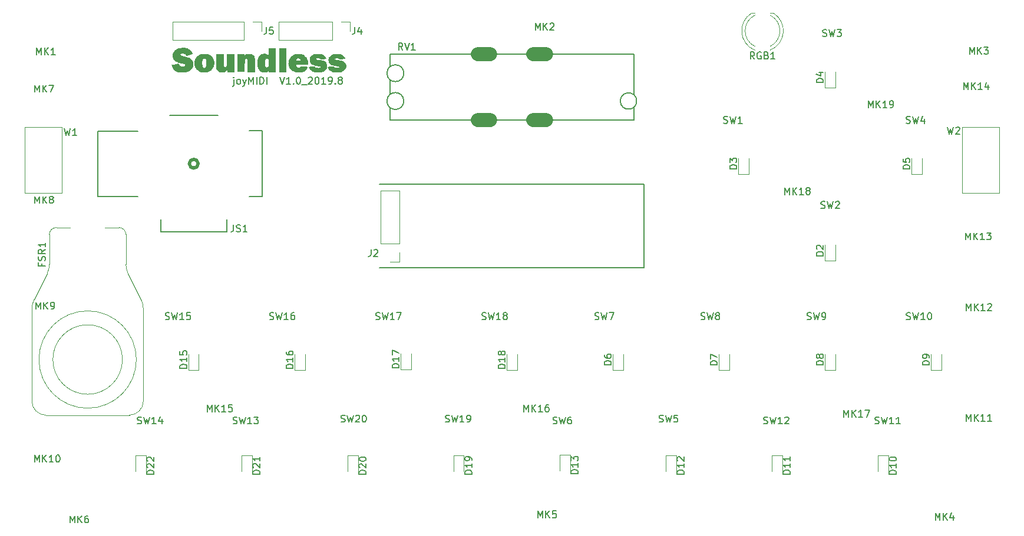
<source format=gto>
G04 #@! TF.GenerationSoftware,KiCad,Pcbnew,(5.1.2)-1*
G04 #@! TF.CreationDate,2019-08-20T17:30:21+08:00*
G04 #@! TF.ProjectId,joyMIDI,6a6f794d-4944-4492-9e6b-696361645f70,rev?*
G04 #@! TF.SameCoordinates,Original*
G04 #@! TF.FileFunction,Legend,Top*
G04 #@! TF.FilePolarity,Positive*
%FSLAX46Y46*%
G04 Gerber Fmt 4.6, Leading zero omitted, Abs format (unit mm)*
G04 Created by KiCad (PCBNEW (5.1.2)-1) date 2019-08-20 17:30:21*
%MOMM*%
%LPD*%
G04 APERTURE LIST*
%ADD10C,0.200000*%
%ADD11C,0.010000*%
%ADD12C,2.000000*%
%ADD13C,0.120000*%
%ADD14C,0.100000*%
%ADD15C,0.500000*%
%ADD16C,0.150000*%
G04 APERTURE END LIST*
D10*
X129501100Y-104503600D02*
X167501100Y-104503600D01*
X167501100Y-104503600D02*
X167501100Y-92503600D01*
X167501100Y-92503600D02*
X129501100Y-92503600D01*
X108538095Y-77385714D02*
X108538095Y-78242857D01*
X108490476Y-78338095D01*
X108395238Y-78385714D01*
X108347619Y-78385714D01*
X108538095Y-77052380D02*
X108490476Y-77100000D01*
X108538095Y-77147619D01*
X108585714Y-77100000D01*
X108538095Y-77052380D01*
X108538095Y-77147619D01*
X109157142Y-78052380D02*
X109061904Y-78004761D01*
X109014285Y-77957142D01*
X108966666Y-77861904D01*
X108966666Y-77576190D01*
X109014285Y-77480952D01*
X109061904Y-77433333D01*
X109157142Y-77385714D01*
X109300000Y-77385714D01*
X109395238Y-77433333D01*
X109442857Y-77480952D01*
X109490476Y-77576190D01*
X109490476Y-77861904D01*
X109442857Y-77957142D01*
X109395238Y-78004761D01*
X109300000Y-78052380D01*
X109157142Y-78052380D01*
X109823809Y-77385714D02*
X110061904Y-78052380D01*
X110300000Y-77385714D02*
X110061904Y-78052380D01*
X109966666Y-78290476D01*
X109919047Y-78338095D01*
X109823809Y-78385714D01*
X110680952Y-78052380D02*
X110680952Y-77052380D01*
X111014285Y-77766666D01*
X111347619Y-77052380D01*
X111347619Y-78052380D01*
X111823809Y-78052380D02*
X111823809Y-77052380D01*
X112300000Y-78052380D02*
X112300000Y-77052380D01*
X112538095Y-77052380D01*
X112680952Y-77100000D01*
X112776190Y-77195238D01*
X112823809Y-77290476D01*
X112871428Y-77480952D01*
X112871428Y-77623809D01*
X112823809Y-77814285D01*
X112776190Y-77909523D01*
X112680952Y-78004761D01*
X112538095Y-78052380D01*
X112300000Y-78052380D01*
X113300000Y-78052380D02*
X113300000Y-77052380D01*
X115157142Y-77052380D02*
X115490476Y-78052380D01*
X115823809Y-77052380D01*
X116680952Y-78052380D02*
X116109523Y-78052380D01*
X116395238Y-78052380D02*
X116395238Y-77052380D01*
X116300000Y-77195238D01*
X116204761Y-77290476D01*
X116109523Y-77338095D01*
X117109523Y-77957142D02*
X117157142Y-78004761D01*
X117109523Y-78052380D01*
X117061904Y-78004761D01*
X117109523Y-77957142D01*
X117109523Y-78052380D01*
X117776190Y-77052380D02*
X117871428Y-77052380D01*
X117966666Y-77100000D01*
X118014285Y-77147619D01*
X118061904Y-77242857D01*
X118109523Y-77433333D01*
X118109523Y-77671428D01*
X118061904Y-77861904D01*
X118014285Y-77957142D01*
X117966666Y-78004761D01*
X117871428Y-78052380D01*
X117776190Y-78052380D01*
X117680952Y-78004761D01*
X117633333Y-77957142D01*
X117585714Y-77861904D01*
X117538095Y-77671428D01*
X117538095Y-77433333D01*
X117585714Y-77242857D01*
X117633333Y-77147619D01*
X117680952Y-77100000D01*
X117776190Y-77052380D01*
X118300000Y-78147619D02*
X119061904Y-78147619D01*
X119252380Y-77147619D02*
X119300000Y-77100000D01*
X119395238Y-77052380D01*
X119633333Y-77052380D01*
X119728571Y-77100000D01*
X119776190Y-77147619D01*
X119823809Y-77242857D01*
X119823809Y-77338095D01*
X119776190Y-77480952D01*
X119204761Y-78052380D01*
X119823809Y-78052380D01*
X120442857Y-77052380D02*
X120538095Y-77052380D01*
X120633333Y-77100000D01*
X120680952Y-77147619D01*
X120728571Y-77242857D01*
X120776190Y-77433333D01*
X120776190Y-77671428D01*
X120728571Y-77861904D01*
X120680952Y-77957142D01*
X120633333Y-78004761D01*
X120538095Y-78052380D01*
X120442857Y-78052380D01*
X120347619Y-78004761D01*
X120300000Y-77957142D01*
X120252380Y-77861904D01*
X120204761Y-77671428D01*
X120204761Y-77433333D01*
X120252380Y-77242857D01*
X120300000Y-77147619D01*
X120347619Y-77100000D01*
X120442857Y-77052380D01*
X121728571Y-78052380D02*
X121157142Y-78052380D01*
X121442857Y-78052380D02*
X121442857Y-77052380D01*
X121347619Y-77195238D01*
X121252380Y-77290476D01*
X121157142Y-77338095D01*
X122204761Y-78052380D02*
X122395238Y-78052380D01*
X122490476Y-78004761D01*
X122538095Y-77957142D01*
X122633333Y-77814285D01*
X122680952Y-77623809D01*
X122680952Y-77242857D01*
X122633333Y-77147619D01*
X122585714Y-77100000D01*
X122490476Y-77052380D01*
X122300000Y-77052380D01*
X122204761Y-77100000D01*
X122157142Y-77147619D01*
X122109523Y-77242857D01*
X122109523Y-77480952D01*
X122157142Y-77576190D01*
X122204761Y-77623809D01*
X122300000Y-77671428D01*
X122490476Y-77671428D01*
X122585714Y-77623809D01*
X122633333Y-77576190D01*
X122680952Y-77480952D01*
X123109523Y-77957142D02*
X123157142Y-78004761D01*
X123109523Y-78052380D01*
X123061904Y-78004761D01*
X123109523Y-77957142D01*
X123109523Y-78052380D01*
X123728571Y-77480952D02*
X123633333Y-77433333D01*
X123585714Y-77385714D01*
X123538095Y-77290476D01*
X123538095Y-77242857D01*
X123585714Y-77147619D01*
X123633333Y-77100000D01*
X123728571Y-77052380D01*
X123919047Y-77052380D01*
X124014285Y-77100000D01*
X124061904Y-77147619D01*
X124109523Y-77242857D01*
X124109523Y-77290476D01*
X124061904Y-77385714D01*
X124014285Y-77433333D01*
X123919047Y-77480952D01*
X123728571Y-77480952D01*
X123633333Y-77528571D01*
X123585714Y-77576190D01*
X123538095Y-77671428D01*
X123538095Y-77861904D01*
X123585714Y-77957142D01*
X123633333Y-78004761D01*
X123728571Y-78052380D01*
X123919047Y-78052380D01*
X124014285Y-78004761D01*
X124061904Y-77957142D01*
X124109523Y-77861904D01*
X124109523Y-77671428D01*
X124061904Y-77576190D01*
X124014285Y-77528571D01*
X123919047Y-77480952D01*
D11*
G36*
X115509606Y-72904041D02*
G01*
X115991330Y-72910837D01*
X115997763Y-74581231D01*
X116004197Y-76251626D01*
X115027882Y-76251626D01*
X115027882Y-72897244D01*
X115509606Y-72904041D01*
X115509606Y-72904041D01*
G37*
X115509606Y-72904041D02*
X115991330Y-72910837D01*
X115997763Y-74581231D01*
X116004197Y-76251626D01*
X115027882Y-76251626D01*
X115027882Y-72897244D01*
X115509606Y-72904041D01*
G36*
X110799907Y-73719835D02*
G01*
X110898371Y-73725281D01*
X110971458Y-73734305D01*
X111006038Y-73746275D01*
X111050362Y-73771640D01*
X111066425Y-73774187D01*
X111113461Y-73790754D01*
X111181609Y-73833562D01*
X111257820Y-73892276D01*
X111329044Y-73956558D01*
X111382234Y-74016072D01*
X111394132Y-74033790D01*
X111419982Y-74084826D01*
X111441386Y-74145566D01*
X111458731Y-74220851D01*
X111472408Y-74315523D01*
X111482803Y-74434425D01*
X111490306Y-74582399D01*
X111495304Y-74764287D01*
X111498186Y-74984931D01*
X111499341Y-75249173D01*
X111499409Y-75346532D01*
X111499409Y-76251626D01*
X110523448Y-76251626D01*
X110523448Y-75414777D01*
X110522701Y-75168574D01*
X110520503Y-74961005D01*
X110516922Y-74794344D01*
X110512025Y-74670866D01*
X110505877Y-74592841D01*
X110498547Y-74562545D01*
X110498423Y-74562463D01*
X110476577Y-74526780D01*
X110473399Y-74503820D01*
X110451030Y-74455251D01*
X110394537Y-74413831D01*
X110319834Y-74387548D01*
X110242838Y-74384393D01*
X110237340Y-74385325D01*
X110144397Y-74423467D01*
X110076454Y-74501337D01*
X110058040Y-74537438D01*
X110052234Y-74573866D01*
X110046220Y-74654029D01*
X110040252Y-74771614D01*
X110034582Y-74920310D01*
X110029462Y-75093803D01*
X110025147Y-75285782D01*
X110022955Y-75413300D01*
X110010443Y-76239113D01*
X109528142Y-76245912D01*
X109352064Y-76247631D01*
X109220604Y-76246964D01*
X109128376Y-76243638D01*
X109069994Y-76237380D01*
X109040070Y-76227918D01*
X109033645Y-76220887D01*
X109031335Y-76190156D01*
X109029435Y-76114385D01*
X109027967Y-75998581D01*
X109026956Y-75847753D01*
X109026424Y-75666909D01*
X109026393Y-75461056D01*
X109026888Y-75235203D01*
X109027931Y-74994356D01*
X109027966Y-74987882D01*
X109034483Y-73786699D01*
X109491182Y-73779879D01*
X109947882Y-73773058D01*
X109948265Y-73867465D01*
X109955006Y-73933709D01*
X109971103Y-73988781D01*
X109991186Y-74020659D01*
X110009891Y-74017320D01*
X110012755Y-74011921D01*
X110048617Y-73960492D01*
X110109142Y-73899580D01*
X110180348Y-73840635D01*
X110248249Y-73795108D01*
X110298862Y-73774451D01*
X110303079Y-73774187D01*
X110351584Y-73757743D01*
X110366178Y-73746275D01*
X110403280Y-73733831D01*
X110477753Y-73724965D01*
X110577049Y-73719677D01*
X110688617Y-73717967D01*
X110799907Y-73719835D01*
X110799907Y-73719835D01*
G37*
X110799907Y-73719835D02*
X110898371Y-73725281D01*
X110971458Y-73734305D01*
X111006038Y-73746275D01*
X111050362Y-73771640D01*
X111066425Y-73774187D01*
X111113461Y-73790754D01*
X111181609Y-73833562D01*
X111257820Y-73892276D01*
X111329044Y-73956558D01*
X111382234Y-74016072D01*
X111394132Y-74033790D01*
X111419982Y-74084826D01*
X111441386Y-74145566D01*
X111458731Y-74220851D01*
X111472408Y-74315523D01*
X111482803Y-74434425D01*
X111490306Y-74582399D01*
X111495304Y-74764287D01*
X111498186Y-74984931D01*
X111499341Y-75249173D01*
X111499409Y-75346532D01*
X111499409Y-76251626D01*
X110523448Y-76251626D01*
X110523448Y-75414777D01*
X110522701Y-75168574D01*
X110520503Y-74961005D01*
X110516922Y-74794344D01*
X110512025Y-74670866D01*
X110505877Y-74592841D01*
X110498547Y-74562545D01*
X110498423Y-74562463D01*
X110476577Y-74526780D01*
X110473399Y-74503820D01*
X110451030Y-74455251D01*
X110394537Y-74413831D01*
X110319834Y-74387548D01*
X110242838Y-74384393D01*
X110237340Y-74385325D01*
X110144397Y-74423467D01*
X110076454Y-74501337D01*
X110058040Y-74537438D01*
X110052234Y-74573866D01*
X110046220Y-74654029D01*
X110040252Y-74771614D01*
X110034582Y-74920310D01*
X110029462Y-75093803D01*
X110025147Y-75285782D01*
X110022955Y-75413300D01*
X110010443Y-76239113D01*
X109528142Y-76245912D01*
X109352064Y-76247631D01*
X109220604Y-76246964D01*
X109128376Y-76243638D01*
X109069994Y-76237380D01*
X109040070Y-76227918D01*
X109033645Y-76220887D01*
X109031335Y-76190156D01*
X109029435Y-76114385D01*
X109027967Y-75998581D01*
X109026956Y-75847753D01*
X109026424Y-75666909D01*
X109026393Y-75461056D01*
X109026888Y-75235203D01*
X109027931Y-74994356D01*
X109027966Y-74987882D01*
X109034483Y-73786699D01*
X109491182Y-73779879D01*
X109947882Y-73773058D01*
X109948265Y-73867465D01*
X109955006Y-73933709D01*
X109971103Y-73988781D01*
X109991186Y-74020659D01*
X110009891Y-74017320D01*
X110012755Y-74011921D01*
X110048617Y-73960492D01*
X110109142Y-73899580D01*
X110180348Y-73840635D01*
X110248249Y-73795108D01*
X110298862Y-73774451D01*
X110303079Y-73774187D01*
X110351584Y-73757743D01*
X110366178Y-73746275D01*
X110403280Y-73733831D01*
X110477753Y-73724965D01*
X110577049Y-73719677D01*
X110688617Y-73717967D01*
X110799907Y-73719835D01*
G36*
X123467932Y-73718794D02*
G01*
X123583472Y-73722703D01*
X123674626Y-73728993D01*
X123730958Y-73737686D01*
X123742213Y-73742424D01*
X123786873Y-73763382D01*
X123855447Y-73782175D01*
X123867832Y-73784570D01*
X123928020Y-73801012D01*
X123960064Y-73820674D01*
X123961675Y-73825370D01*
X123982388Y-73845511D01*
X124006336Y-73849261D01*
X124059003Y-73867512D01*
X124130712Y-73915549D01*
X124211072Y-73983300D01*
X124289691Y-74060694D01*
X124356179Y-74137659D01*
X124400144Y-74204122D01*
X124412118Y-74242575D01*
X124427579Y-74272229D01*
X124437143Y-74274680D01*
X124457783Y-74295537D01*
X124462167Y-74322483D01*
X124456766Y-74345989D01*
X124434266Y-74361879D01*
X124385223Y-74372902D01*
X124300192Y-74381804D01*
X124243202Y-74386175D01*
X124138790Y-74396038D01*
X124050117Y-74408565D01*
X123991679Y-74421561D01*
X123980783Y-74425959D01*
X123895162Y-74448380D01*
X123792322Y-74440761D01*
X123691727Y-74407111D01*
X123612838Y-74351442D01*
X123611330Y-74349822D01*
X123546755Y-74308739D01*
X123453238Y-74284816D01*
X123343042Y-74277003D01*
X123228432Y-74284249D01*
X123121671Y-74305504D01*
X123035024Y-74339718D01*
X122980754Y-74385839D01*
X122971675Y-74404615D01*
X122977184Y-74457975D01*
X123014387Y-74504962D01*
X123066508Y-74524926D01*
X123114958Y-74540890D01*
X123124601Y-74548619D01*
X123158719Y-74560810D01*
X123230266Y-74573668D01*
X123326695Y-74585171D01*
X123379852Y-74589747D01*
X123480469Y-74599469D01*
X123558990Y-74611137D01*
X123604423Y-74622905D01*
X123611330Y-74628615D01*
X123634067Y-74639909D01*
X123693176Y-74647674D01*
X123761817Y-74650049D01*
X123850411Y-74653816D01*
X123923132Y-74663553D01*
X123955758Y-74673464D01*
X124041617Y-74716508D01*
X124122307Y-74751583D01*
X124182372Y-74772252D01*
X124199932Y-74775172D01*
X124231324Y-74791637D01*
X124286671Y-74835187D01*
X124355009Y-74897051D01*
X124367847Y-74909458D01*
X124454154Y-75002464D01*
X124504282Y-75079848D01*
X124522696Y-75135995D01*
X124542941Y-75199868D01*
X124570668Y-75239088D01*
X124576159Y-75242121D01*
X124595408Y-75271928D01*
X124608238Y-75334734D01*
X124614600Y-75416446D01*
X124614446Y-75502975D01*
X124607727Y-75580230D01*
X124594395Y-75634120D01*
X124577563Y-75651034D01*
X124549613Y-75673501D01*
X124528006Y-75730789D01*
X124526157Y-75739808D01*
X124486886Y-75833191D01*
X124407115Y-75933810D01*
X124294550Y-76035449D01*
X124156899Y-76131891D01*
X124001869Y-76216921D01*
X123861576Y-76275801D01*
X123800204Y-76288707D01*
X123700588Y-76299621D01*
X123574509Y-76308205D01*
X123433744Y-76314119D01*
X123290072Y-76317021D01*
X123155274Y-76316573D01*
X123041126Y-76312434D01*
X122959410Y-76304265D01*
X122948177Y-76302157D01*
X122792441Y-76262908D01*
X122646018Y-76214543D01*
X122518432Y-76161149D01*
X122419206Y-76106813D01*
X122357863Y-76055623D01*
X122350731Y-76045729D01*
X122311490Y-76009065D01*
X122285261Y-76001083D01*
X122252707Y-75981268D01*
X122205339Y-75930953D01*
X122152776Y-75863320D01*
X122104640Y-75791548D01*
X122070550Y-75728816D01*
X122059803Y-75692196D01*
X122045113Y-75648508D01*
X122034370Y-75638270D01*
X122015895Y-75612754D01*
X122039960Y-75591276D01*
X122099052Y-75578110D01*
X122143861Y-75575960D01*
X122215358Y-75570740D01*
X122265494Y-75557689D01*
X122273763Y-75552263D01*
X122307646Y-75541709D01*
X122379488Y-75532565D01*
X122477201Y-75526095D01*
X122544094Y-75524007D01*
X122657885Y-75522619D01*
X122733279Y-75525062D01*
X122781906Y-75533650D01*
X122815396Y-75550699D01*
X122845379Y-75578524D01*
X122851659Y-75585241D01*
X122902125Y-75629408D01*
X122945132Y-75650690D01*
X122949190Y-75651034D01*
X122981856Y-75663560D01*
X122985714Y-75673644D01*
X123008117Y-75689446D01*
X123065121Y-75704289D01*
X123104581Y-75710211D01*
X123205808Y-75722928D01*
X123309194Y-75737133D01*
X123331972Y-75740486D01*
X123416050Y-75745280D01*
X123465994Y-75731060D01*
X123468357Y-75728944D01*
X123513124Y-75707690D01*
X123562407Y-75701084D01*
X123628930Y-75684203D01*
X123670013Y-75655320D01*
X123705035Y-75605187D01*
X123710266Y-75561746D01*
X123682535Y-75523465D01*
X123618669Y-75488810D01*
X123515497Y-75456248D01*
X123369848Y-75424246D01*
X123178550Y-75391271D01*
X123098325Y-75378930D01*
X122951130Y-75352036D01*
X122801595Y-75316449D01*
X122663290Y-75276066D01*
X122549786Y-75234783D01*
X122484024Y-75202558D01*
X122417179Y-75164589D01*
X122361894Y-75137824D01*
X122353842Y-75134760D01*
X122316815Y-75107610D01*
X122310049Y-75088891D01*
X122294820Y-75049110D01*
X122260854Y-75001379D01*
X122219457Y-74933824D01*
X122178788Y-74835269D01*
X122144235Y-74723637D01*
X122121185Y-74616855D01*
X122115025Y-74532844D01*
X122116287Y-74520397D01*
X122147443Y-74391570D01*
X122208432Y-74226119D01*
X122220237Y-74197908D01*
X122262179Y-74134856D01*
X122335382Y-74057368D01*
X122427585Y-73975726D01*
X122526527Y-73900210D01*
X122619948Y-73841100D01*
X122678021Y-73814070D01*
X122758497Y-73783477D01*
X122825766Y-73754760D01*
X122847048Y-73744197D01*
X122889732Y-73734250D01*
X122970650Y-73726561D01*
X123079365Y-73721150D01*
X123205442Y-73718038D01*
X123338443Y-73717246D01*
X123467932Y-73718794D01*
X123467932Y-73718794D01*
G37*
X123467932Y-73718794D02*
X123583472Y-73722703D01*
X123674626Y-73728993D01*
X123730958Y-73737686D01*
X123742213Y-73742424D01*
X123786873Y-73763382D01*
X123855447Y-73782175D01*
X123867832Y-73784570D01*
X123928020Y-73801012D01*
X123960064Y-73820674D01*
X123961675Y-73825370D01*
X123982388Y-73845511D01*
X124006336Y-73849261D01*
X124059003Y-73867512D01*
X124130712Y-73915549D01*
X124211072Y-73983300D01*
X124289691Y-74060694D01*
X124356179Y-74137659D01*
X124400144Y-74204122D01*
X124412118Y-74242575D01*
X124427579Y-74272229D01*
X124437143Y-74274680D01*
X124457783Y-74295537D01*
X124462167Y-74322483D01*
X124456766Y-74345989D01*
X124434266Y-74361879D01*
X124385223Y-74372902D01*
X124300192Y-74381804D01*
X124243202Y-74386175D01*
X124138790Y-74396038D01*
X124050117Y-74408565D01*
X123991679Y-74421561D01*
X123980783Y-74425959D01*
X123895162Y-74448380D01*
X123792322Y-74440761D01*
X123691727Y-74407111D01*
X123612838Y-74351442D01*
X123611330Y-74349822D01*
X123546755Y-74308739D01*
X123453238Y-74284816D01*
X123343042Y-74277003D01*
X123228432Y-74284249D01*
X123121671Y-74305504D01*
X123035024Y-74339718D01*
X122980754Y-74385839D01*
X122971675Y-74404615D01*
X122977184Y-74457975D01*
X123014387Y-74504962D01*
X123066508Y-74524926D01*
X123114958Y-74540890D01*
X123124601Y-74548619D01*
X123158719Y-74560810D01*
X123230266Y-74573668D01*
X123326695Y-74585171D01*
X123379852Y-74589747D01*
X123480469Y-74599469D01*
X123558990Y-74611137D01*
X123604423Y-74622905D01*
X123611330Y-74628615D01*
X123634067Y-74639909D01*
X123693176Y-74647674D01*
X123761817Y-74650049D01*
X123850411Y-74653816D01*
X123923132Y-74663553D01*
X123955758Y-74673464D01*
X124041617Y-74716508D01*
X124122307Y-74751583D01*
X124182372Y-74772252D01*
X124199932Y-74775172D01*
X124231324Y-74791637D01*
X124286671Y-74835187D01*
X124355009Y-74897051D01*
X124367847Y-74909458D01*
X124454154Y-75002464D01*
X124504282Y-75079848D01*
X124522696Y-75135995D01*
X124542941Y-75199868D01*
X124570668Y-75239088D01*
X124576159Y-75242121D01*
X124595408Y-75271928D01*
X124608238Y-75334734D01*
X124614600Y-75416446D01*
X124614446Y-75502975D01*
X124607727Y-75580230D01*
X124594395Y-75634120D01*
X124577563Y-75651034D01*
X124549613Y-75673501D01*
X124528006Y-75730789D01*
X124526157Y-75739808D01*
X124486886Y-75833191D01*
X124407115Y-75933810D01*
X124294550Y-76035449D01*
X124156899Y-76131891D01*
X124001869Y-76216921D01*
X123861576Y-76275801D01*
X123800204Y-76288707D01*
X123700588Y-76299621D01*
X123574509Y-76308205D01*
X123433744Y-76314119D01*
X123290072Y-76317021D01*
X123155274Y-76316573D01*
X123041126Y-76312434D01*
X122959410Y-76304265D01*
X122948177Y-76302157D01*
X122792441Y-76262908D01*
X122646018Y-76214543D01*
X122518432Y-76161149D01*
X122419206Y-76106813D01*
X122357863Y-76055623D01*
X122350731Y-76045729D01*
X122311490Y-76009065D01*
X122285261Y-76001083D01*
X122252707Y-75981268D01*
X122205339Y-75930953D01*
X122152776Y-75863320D01*
X122104640Y-75791548D01*
X122070550Y-75728816D01*
X122059803Y-75692196D01*
X122045113Y-75648508D01*
X122034370Y-75638270D01*
X122015895Y-75612754D01*
X122039960Y-75591276D01*
X122099052Y-75578110D01*
X122143861Y-75575960D01*
X122215358Y-75570740D01*
X122265494Y-75557689D01*
X122273763Y-75552263D01*
X122307646Y-75541709D01*
X122379488Y-75532565D01*
X122477201Y-75526095D01*
X122544094Y-75524007D01*
X122657885Y-75522619D01*
X122733279Y-75525062D01*
X122781906Y-75533650D01*
X122815396Y-75550699D01*
X122845379Y-75578524D01*
X122851659Y-75585241D01*
X122902125Y-75629408D01*
X122945132Y-75650690D01*
X122949190Y-75651034D01*
X122981856Y-75663560D01*
X122985714Y-75673644D01*
X123008117Y-75689446D01*
X123065121Y-75704289D01*
X123104581Y-75710211D01*
X123205808Y-75722928D01*
X123309194Y-75737133D01*
X123331972Y-75740486D01*
X123416050Y-75745280D01*
X123465994Y-75731060D01*
X123468357Y-75728944D01*
X123513124Y-75707690D01*
X123562407Y-75701084D01*
X123628930Y-75684203D01*
X123670013Y-75655320D01*
X123705035Y-75605187D01*
X123710266Y-75561746D01*
X123682535Y-75523465D01*
X123618669Y-75488810D01*
X123515497Y-75456248D01*
X123369848Y-75424246D01*
X123178550Y-75391271D01*
X123098325Y-75378930D01*
X122951130Y-75352036D01*
X122801595Y-75316449D01*
X122663290Y-75276066D01*
X122549786Y-75234783D01*
X122484024Y-75202558D01*
X122417179Y-75164589D01*
X122361894Y-75137824D01*
X122353842Y-75134760D01*
X122316815Y-75107610D01*
X122310049Y-75088891D01*
X122294820Y-75049110D01*
X122260854Y-75001379D01*
X122219457Y-74933824D01*
X122178788Y-74835269D01*
X122144235Y-74723637D01*
X122121185Y-74616855D01*
X122115025Y-74532844D01*
X122116287Y-74520397D01*
X122147443Y-74391570D01*
X122208432Y-74226119D01*
X122220237Y-74197908D01*
X122262179Y-74134856D01*
X122335382Y-74057368D01*
X122427585Y-73975726D01*
X122526527Y-73900210D01*
X122619948Y-73841100D01*
X122678021Y-73814070D01*
X122758497Y-73783477D01*
X122825766Y-73754760D01*
X122847048Y-73744197D01*
X122889732Y-73734250D01*
X122970650Y-73726561D01*
X123079365Y-73721150D01*
X123205442Y-73718038D01*
X123338443Y-73717246D01*
X123467932Y-73718794D01*
G36*
X120804095Y-73719606D02*
G01*
X120907898Y-73725275D01*
X120981977Y-73734180D01*
X121015090Y-73745475D01*
X121060351Y-73767162D01*
X121111844Y-73774187D01*
X121172310Y-73784663D01*
X121245145Y-73810526D01*
X121311271Y-73843429D01*
X121351609Y-73875026D01*
X121354942Y-73880542D01*
X121383820Y-73899126D01*
X121392479Y-73900143D01*
X121445021Y-73923628D01*
X121518752Y-73991129D01*
X121610933Y-74099507D01*
X121664792Y-74174080D01*
X121711401Y-74249500D01*
X121744193Y-74313728D01*
X121756600Y-74354724D01*
X121754188Y-74362090D01*
X121727931Y-74367158D01*
X121662548Y-74376280D01*
X121568663Y-74388042D01*
X121484236Y-74397942D01*
X121362984Y-74412048D01*
X121249610Y-74425710D01*
X121160110Y-74436978D01*
X121123749Y-74441888D01*
X121053698Y-74446068D01*
X121010040Y-74428521D01*
X120983599Y-74399611D01*
X120932172Y-74354662D01*
X120859267Y-74315362D01*
X120843593Y-74309402D01*
X120758505Y-74289356D01*
X120654620Y-74278115D01*
X120549679Y-74276153D01*
X120461424Y-74283948D01*
X120414094Y-74297878D01*
X120353009Y-74325346D01*
X120326847Y-74334629D01*
X120291143Y-74370557D01*
X120283054Y-74424827D01*
X120297388Y-74491948D01*
X120326847Y-74515468D01*
X120387133Y-74537793D01*
X120420689Y-74552024D01*
X120471041Y-74565764D01*
X120563286Y-74582141D01*
X120689410Y-74600045D01*
X120841398Y-74618366D01*
X121011236Y-74635993D01*
X121058818Y-74640462D01*
X121153460Y-74654532D01*
X121240668Y-74676241D01*
X121275309Y-74689112D01*
X121341898Y-74714036D01*
X121395196Y-74725091D01*
X121397079Y-74725123D01*
X121467171Y-74745859D01*
X121550646Y-74801500D01*
X121638481Y-74882199D01*
X121721656Y-74978105D01*
X121791148Y-75079370D01*
X121837935Y-75176146D01*
X121849945Y-75219505D01*
X121857136Y-75290074D01*
X121858706Y-75383951D01*
X121855494Y-75488800D01*
X121848341Y-75592287D01*
X121838086Y-75682077D01*
X121825569Y-75745834D01*
X121812395Y-75771040D01*
X121786118Y-75800651D01*
X121784532Y-75811536D01*
X121767701Y-75842037D01*
X121722687Y-75897176D01*
X121657706Y-75967241D01*
X121624482Y-76000715D01*
X121500359Y-76110731D01*
X121382885Y-76185037D01*
X121256491Y-76232766D01*
X121208965Y-76244509D01*
X121147675Y-76265068D01*
X121114121Y-76283904D01*
X121076778Y-76294265D01*
X120999809Y-76302941D01*
X120893612Y-76309730D01*
X120768587Y-76314428D01*
X120635135Y-76316831D01*
X120503656Y-76316736D01*
X120384549Y-76313939D01*
X120288215Y-76308236D01*
X120233005Y-76301151D01*
X120140441Y-76282945D01*
X120051175Y-76265294D01*
X120032808Y-76261644D01*
X119953614Y-76236211D01*
X119868580Y-76195365D01*
X119851876Y-76185357D01*
X119792220Y-76149582D01*
X119751770Y-76128706D01*
X119744470Y-76126502D01*
X119714520Y-76112210D01*
X119662264Y-76076657D01*
X119601869Y-76030825D01*
X119547506Y-75985700D01*
X119513343Y-75952263D01*
X119508266Y-75943404D01*
X119493673Y-75912234D01*
X119458441Y-75859386D01*
X119444729Y-75840943D01*
X119405293Y-75783419D01*
X119383611Y-75740476D01*
X119382167Y-75733066D01*
X119364879Y-75696977D01*
X119344630Y-75676059D01*
X119306545Y-75630287D01*
X119315827Y-75597422D01*
X119371065Y-75579178D01*
X119427212Y-75575960D01*
X119502903Y-75571368D01*
X119557756Y-75559727D01*
X119571103Y-75552415D01*
X119604950Y-75541935D01*
X119676819Y-75532780D01*
X119774683Y-75526205D01*
X119843499Y-75523968D01*
X119957992Y-75522468D01*
X120033678Y-75524788D01*
X120081771Y-75533020D01*
X120113481Y-75549257D01*
X120140023Y-75575590D01*
X120143794Y-75580001D01*
X120241985Y-75658069D01*
X120368735Y-75696942D01*
X120432902Y-75701084D01*
X120499141Y-75706969D01*
X120541383Y-75721564D01*
X120545813Y-75726108D01*
X120583787Y-75745728D01*
X120652948Y-75749779D01*
X120736867Y-75738113D01*
X120773556Y-75728177D01*
X120853207Y-75705354D01*
X120914926Y-75690163D01*
X120963177Y-75671325D01*
X120981650Y-75632204D01*
X120983744Y-75592225D01*
X120979275Y-75545796D01*
X120961208Y-75510454D01*
X120922550Y-75483069D01*
X120856307Y-75460514D01*
X120755487Y-75439660D01*
X120613096Y-75417377D01*
X120583350Y-75413093D01*
X120465069Y-75394780D01*
X120362268Y-75376264D01*
X120286766Y-75359838D01*
X120252113Y-75348839D01*
X120195077Y-75331632D01*
X120134632Y-75325714D01*
X120062219Y-75312718D01*
X119963749Y-75278492D01*
X119854396Y-75230178D01*
X119749335Y-75174920D01*
X119663738Y-75119861D01*
X119623270Y-75084989D01*
X119566535Y-75011081D01*
X119518003Y-74927093D01*
X119514316Y-74919064D01*
X119483835Y-74860465D01*
X119458154Y-74827714D01*
X119452425Y-74825222D01*
X119443915Y-74801973D01*
X119437173Y-74739313D01*
X119433065Y-74647872D01*
X119432217Y-74576763D01*
X119434363Y-74450527D01*
X119441548Y-74365643D01*
X119454895Y-74313566D01*
X119469753Y-74290767D01*
X119500935Y-74241362D01*
X119507290Y-74212275D01*
X119524238Y-74175658D01*
X119568909Y-74117258D01*
X119632051Y-74049016D01*
X119639574Y-74041571D01*
X119814875Y-73903014D01*
X120028261Y-73792443D01*
X120142315Y-73750325D01*
X120204996Y-73737789D01*
X120300657Y-73728143D01*
X120418849Y-73721443D01*
X120549119Y-73717749D01*
X120681019Y-73717117D01*
X120804095Y-73719606D01*
X120804095Y-73719606D01*
G37*
X120804095Y-73719606D02*
X120907898Y-73725275D01*
X120981977Y-73734180D01*
X121015090Y-73745475D01*
X121060351Y-73767162D01*
X121111844Y-73774187D01*
X121172310Y-73784663D01*
X121245145Y-73810526D01*
X121311271Y-73843429D01*
X121351609Y-73875026D01*
X121354942Y-73880542D01*
X121383820Y-73899126D01*
X121392479Y-73900143D01*
X121445021Y-73923628D01*
X121518752Y-73991129D01*
X121610933Y-74099507D01*
X121664792Y-74174080D01*
X121711401Y-74249500D01*
X121744193Y-74313728D01*
X121756600Y-74354724D01*
X121754188Y-74362090D01*
X121727931Y-74367158D01*
X121662548Y-74376280D01*
X121568663Y-74388042D01*
X121484236Y-74397942D01*
X121362984Y-74412048D01*
X121249610Y-74425710D01*
X121160110Y-74436978D01*
X121123749Y-74441888D01*
X121053698Y-74446068D01*
X121010040Y-74428521D01*
X120983599Y-74399611D01*
X120932172Y-74354662D01*
X120859267Y-74315362D01*
X120843593Y-74309402D01*
X120758505Y-74289356D01*
X120654620Y-74278115D01*
X120549679Y-74276153D01*
X120461424Y-74283948D01*
X120414094Y-74297878D01*
X120353009Y-74325346D01*
X120326847Y-74334629D01*
X120291143Y-74370557D01*
X120283054Y-74424827D01*
X120297388Y-74491948D01*
X120326847Y-74515468D01*
X120387133Y-74537793D01*
X120420689Y-74552024D01*
X120471041Y-74565764D01*
X120563286Y-74582141D01*
X120689410Y-74600045D01*
X120841398Y-74618366D01*
X121011236Y-74635993D01*
X121058818Y-74640462D01*
X121153460Y-74654532D01*
X121240668Y-74676241D01*
X121275309Y-74689112D01*
X121341898Y-74714036D01*
X121395196Y-74725091D01*
X121397079Y-74725123D01*
X121467171Y-74745859D01*
X121550646Y-74801500D01*
X121638481Y-74882199D01*
X121721656Y-74978105D01*
X121791148Y-75079370D01*
X121837935Y-75176146D01*
X121849945Y-75219505D01*
X121857136Y-75290074D01*
X121858706Y-75383951D01*
X121855494Y-75488800D01*
X121848341Y-75592287D01*
X121838086Y-75682077D01*
X121825569Y-75745834D01*
X121812395Y-75771040D01*
X121786118Y-75800651D01*
X121784532Y-75811536D01*
X121767701Y-75842037D01*
X121722687Y-75897176D01*
X121657706Y-75967241D01*
X121624482Y-76000715D01*
X121500359Y-76110731D01*
X121382885Y-76185037D01*
X121256491Y-76232766D01*
X121208965Y-76244509D01*
X121147675Y-76265068D01*
X121114121Y-76283904D01*
X121076778Y-76294265D01*
X120999809Y-76302941D01*
X120893612Y-76309730D01*
X120768587Y-76314428D01*
X120635135Y-76316831D01*
X120503656Y-76316736D01*
X120384549Y-76313939D01*
X120288215Y-76308236D01*
X120233005Y-76301151D01*
X120140441Y-76282945D01*
X120051175Y-76265294D01*
X120032808Y-76261644D01*
X119953614Y-76236211D01*
X119868580Y-76195365D01*
X119851876Y-76185357D01*
X119792220Y-76149582D01*
X119751770Y-76128706D01*
X119744470Y-76126502D01*
X119714520Y-76112210D01*
X119662264Y-76076657D01*
X119601869Y-76030825D01*
X119547506Y-75985700D01*
X119513343Y-75952263D01*
X119508266Y-75943404D01*
X119493673Y-75912234D01*
X119458441Y-75859386D01*
X119444729Y-75840943D01*
X119405293Y-75783419D01*
X119383611Y-75740476D01*
X119382167Y-75733066D01*
X119364879Y-75696977D01*
X119344630Y-75676059D01*
X119306545Y-75630287D01*
X119315827Y-75597422D01*
X119371065Y-75579178D01*
X119427212Y-75575960D01*
X119502903Y-75571368D01*
X119557756Y-75559727D01*
X119571103Y-75552415D01*
X119604950Y-75541935D01*
X119676819Y-75532780D01*
X119774683Y-75526205D01*
X119843499Y-75523968D01*
X119957992Y-75522468D01*
X120033678Y-75524788D01*
X120081771Y-75533020D01*
X120113481Y-75549257D01*
X120140023Y-75575590D01*
X120143794Y-75580001D01*
X120241985Y-75658069D01*
X120368735Y-75696942D01*
X120432902Y-75701084D01*
X120499141Y-75706969D01*
X120541383Y-75721564D01*
X120545813Y-75726108D01*
X120583787Y-75745728D01*
X120652948Y-75749779D01*
X120736867Y-75738113D01*
X120773556Y-75728177D01*
X120853207Y-75705354D01*
X120914926Y-75690163D01*
X120963177Y-75671325D01*
X120981650Y-75632204D01*
X120983744Y-75592225D01*
X120979275Y-75545796D01*
X120961208Y-75510454D01*
X120922550Y-75483069D01*
X120856307Y-75460514D01*
X120755487Y-75439660D01*
X120613096Y-75417377D01*
X120583350Y-75413093D01*
X120465069Y-75394780D01*
X120362268Y-75376264D01*
X120286766Y-75359838D01*
X120252113Y-75348839D01*
X120195077Y-75331632D01*
X120134632Y-75325714D01*
X120062219Y-75312718D01*
X119963749Y-75278492D01*
X119854396Y-75230178D01*
X119749335Y-75174920D01*
X119663738Y-75119861D01*
X119623270Y-75084989D01*
X119566535Y-75011081D01*
X119518003Y-74927093D01*
X119514316Y-74919064D01*
X119483835Y-74860465D01*
X119458154Y-74827714D01*
X119452425Y-74825222D01*
X119443915Y-74801973D01*
X119437173Y-74739313D01*
X119433065Y-74647872D01*
X119432217Y-74576763D01*
X119434363Y-74450527D01*
X119441548Y-74365643D01*
X119454895Y-74313566D01*
X119469753Y-74290767D01*
X119500935Y-74241362D01*
X119507290Y-74212275D01*
X119524238Y-74175658D01*
X119568909Y-74117258D01*
X119632051Y-74049016D01*
X119639574Y-74041571D01*
X119814875Y-73903014D01*
X120028261Y-73792443D01*
X120142315Y-73750325D01*
X120204996Y-73737789D01*
X120300657Y-73728143D01*
X120418849Y-73721443D01*
X120549119Y-73717749D01*
X120681019Y-73717117D01*
X120804095Y-73719606D01*
G36*
X117899212Y-73714450D02*
G01*
X117986211Y-73721975D01*
X117993300Y-73723008D01*
X118164481Y-73751988D01*
X118287298Y-73779262D01*
X118363390Y-73805238D01*
X118388200Y-73821244D01*
X118436372Y-73845849D01*
X118461261Y-73849261D01*
X118499137Y-73860006D01*
X118506305Y-73872599D01*
X118526816Y-73898564D01*
X118551955Y-73910426D01*
X118589902Y-73934365D01*
X118650692Y-73985295D01*
X118723066Y-74053573D01*
X118745895Y-74076551D01*
X118820074Y-74152002D01*
X118885491Y-74217828D01*
X118930655Y-74262488D01*
X118937980Y-74269507D01*
X118972959Y-74323315D01*
X118981773Y-74362822D01*
X118991095Y-74416667D01*
X119002662Y-74438591D01*
X119044509Y-74514510D01*
X119077105Y-74632342D01*
X119099348Y-74784620D01*
X119110138Y-74963875D01*
X119108605Y-75156798D01*
X119105269Y-75168949D01*
X119092923Y-75178628D01*
X119066483Y-75186114D01*
X119020861Y-75191686D01*
X118950975Y-75195622D01*
X118851737Y-75198202D01*
X118718062Y-75199704D01*
X118544866Y-75200407D01*
X118327063Y-75200590D01*
X118309987Y-75200591D01*
X118088272Y-75200759D01*
X117911238Y-75201460D01*
X117773515Y-75202986D01*
X117669736Y-75205631D01*
X117594531Y-75209687D01*
X117542532Y-75215448D01*
X117508371Y-75223206D01*
X117486678Y-75233255D01*
X117472086Y-75245888D01*
X117471662Y-75246355D01*
X117439301Y-75301311D01*
X117431278Y-75340197D01*
X117444241Y-75397974D01*
X117475277Y-75472945D01*
X117515397Y-75547838D01*
X117555614Y-75605382D01*
X117580394Y-75626747D01*
X117632225Y-75651235D01*
X117673897Y-75672170D01*
X117756427Y-75696550D01*
X117854749Y-75699414D01*
X117954855Y-75683785D01*
X118042740Y-75652688D01*
X118104397Y-75609147D01*
X118123938Y-75574992D01*
X118137990Y-75548664D01*
X118168513Y-75529900D01*
X118221865Y-75517985D01*
X118304403Y-75512205D01*
X118422486Y-75511846D01*
X118582472Y-75516195D01*
X118631428Y-75517998D01*
X118793051Y-75525285D01*
X118909859Y-75535170D01*
X118987083Y-75550965D01*
X119029953Y-75575982D01*
X119043698Y-75613533D01*
X119033550Y-75666928D01*
X119004738Y-75739480D01*
X118999610Y-75751133D01*
X118951538Y-75826811D01*
X118873486Y-75914052D01*
X118775404Y-76005033D01*
X118667244Y-76091928D01*
X118558959Y-76166914D01*
X118460499Y-76222166D01*
X118381816Y-76249860D01*
X118363052Y-76251626D01*
X118309418Y-76264700D01*
X118289882Y-76277862D01*
X118255059Y-76288821D01*
X118180718Y-76298371D01*
X118077379Y-76306193D01*
X117955560Y-76311968D01*
X117825782Y-76315378D01*
X117698563Y-76316104D01*
X117584424Y-76313828D01*
X117493883Y-76308230D01*
X117455271Y-76303146D01*
X117237236Y-76247632D01*
X117048526Y-76162367D01*
X116874984Y-76039881D01*
X116766615Y-75939787D01*
X116684641Y-75852059D01*
X116612048Y-75764461D01*
X116559778Y-75690626D01*
X116544875Y-75663547D01*
X116511430Y-75591774D01*
X116483990Y-75534338D01*
X116478248Y-75522736D01*
X116460394Y-75471882D01*
X116442872Y-75399069D01*
X116440222Y-75385100D01*
X116423064Y-75314699D01*
X116402930Y-75264114D01*
X116398952Y-75258153D01*
X116382970Y-75206943D01*
X116380042Y-75119076D01*
X116388378Y-75005697D01*
X116406189Y-74877945D01*
X116431683Y-74746964D01*
X116463072Y-74623896D01*
X116464717Y-74619073D01*
X117432345Y-74619073D01*
X117433680Y-74684404D01*
X117447622Y-74709132D01*
X117477845Y-74715113D01*
X117548156Y-74719117D01*
X117648623Y-74720845D01*
X117769313Y-74719994D01*
X117791710Y-74719559D01*
X118118423Y-74712611D01*
X118126002Y-74608633D01*
X118124567Y-74534016D01*
X118101061Y-74474491D01*
X118054592Y-74414692D01*
X117998475Y-74361138D01*
X117947176Y-74328932D01*
X117929623Y-74324729D01*
X117882802Y-74312620D01*
X117868177Y-74299704D01*
X117829867Y-74279843D01*
X117763132Y-74278328D01*
X117685467Y-74293600D01*
X117617931Y-74321987D01*
X117554332Y-74375624D01*
X117498390Y-74451684D01*
X117455821Y-74537166D01*
X117432345Y-74619073D01*
X116464717Y-74619073D01*
X116498566Y-74519881D01*
X116527068Y-74460628D01*
X116560349Y-74396429D01*
X116578360Y-74346517D01*
X116579409Y-74337987D01*
X116596156Y-74307363D01*
X116641526Y-74250547D01*
X116708206Y-74176185D01*
X116773899Y-74107939D01*
X116902340Y-73989504D01*
X117029971Y-73892005D01*
X117148545Y-73820696D01*
X117249815Y-73780831D01*
X117297787Y-73774187D01*
X117347067Y-73765376D01*
X117365535Y-73752640D01*
X117397510Y-73739109D01*
X117467836Y-73727710D01*
X117564842Y-73718993D01*
X117676855Y-73713510D01*
X117792203Y-73711812D01*
X117899212Y-73714450D01*
X117899212Y-73714450D01*
G37*
X117899212Y-73714450D02*
X117986211Y-73721975D01*
X117993300Y-73723008D01*
X118164481Y-73751988D01*
X118287298Y-73779262D01*
X118363390Y-73805238D01*
X118388200Y-73821244D01*
X118436372Y-73845849D01*
X118461261Y-73849261D01*
X118499137Y-73860006D01*
X118506305Y-73872599D01*
X118526816Y-73898564D01*
X118551955Y-73910426D01*
X118589902Y-73934365D01*
X118650692Y-73985295D01*
X118723066Y-74053573D01*
X118745895Y-74076551D01*
X118820074Y-74152002D01*
X118885491Y-74217828D01*
X118930655Y-74262488D01*
X118937980Y-74269507D01*
X118972959Y-74323315D01*
X118981773Y-74362822D01*
X118991095Y-74416667D01*
X119002662Y-74438591D01*
X119044509Y-74514510D01*
X119077105Y-74632342D01*
X119099348Y-74784620D01*
X119110138Y-74963875D01*
X119108605Y-75156798D01*
X119105269Y-75168949D01*
X119092923Y-75178628D01*
X119066483Y-75186114D01*
X119020861Y-75191686D01*
X118950975Y-75195622D01*
X118851737Y-75198202D01*
X118718062Y-75199704D01*
X118544866Y-75200407D01*
X118327063Y-75200590D01*
X118309987Y-75200591D01*
X118088272Y-75200759D01*
X117911238Y-75201460D01*
X117773515Y-75202986D01*
X117669736Y-75205631D01*
X117594531Y-75209687D01*
X117542532Y-75215448D01*
X117508371Y-75223206D01*
X117486678Y-75233255D01*
X117472086Y-75245888D01*
X117471662Y-75246355D01*
X117439301Y-75301311D01*
X117431278Y-75340197D01*
X117444241Y-75397974D01*
X117475277Y-75472945D01*
X117515397Y-75547838D01*
X117555614Y-75605382D01*
X117580394Y-75626747D01*
X117632225Y-75651235D01*
X117673897Y-75672170D01*
X117756427Y-75696550D01*
X117854749Y-75699414D01*
X117954855Y-75683785D01*
X118042740Y-75652688D01*
X118104397Y-75609147D01*
X118123938Y-75574992D01*
X118137990Y-75548664D01*
X118168513Y-75529900D01*
X118221865Y-75517985D01*
X118304403Y-75512205D01*
X118422486Y-75511846D01*
X118582472Y-75516195D01*
X118631428Y-75517998D01*
X118793051Y-75525285D01*
X118909859Y-75535170D01*
X118987083Y-75550965D01*
X119029953Y-75575982D01*
X119043698Y-75613533D01*
X119033550Y-75666928D01*
X119004738Y-75739480D01*
X118999610Y-75751133D01*
X118951538Y-75826811D01*
X118873486Y-75914052D01*
X118775404Y-76005033D01*
X118667244Y-76091928D01*
X118558959Y-76166914D01*
X118460499Y-76222166D01*
X118381816Y-76249860D01*
X118363052Y-76251626D01*
X118309418Y-76264700D01*
X118289882Y-76277862D01*
X118255059Y-76288821D01*
X118180718Y-76298371D01*
X118077379Y-76306193D01*
X117955560Y-76311968D01*
X117825782Y-76315378D01*
X117698563Y-76316104D01*
X117584424Y-76313828D01*
X117493883Y-76308230D01*
X117455271Y-76303146D01*
X117237236Y-76247632D01*
X117048526Y-76162367D01*
X116874984Y-76039881D01*
X116766615Y-75939787D01*
X116684641Y-75852059D01*
X116612048Y-75764461D01*
X116559778Y-75690626D01*
X116544875Y-75663547D01*
X116511430Y-75591774D01*
X116483990Y-75534338D01*
X116478248Y-75522736D01*
X116460394Y-75471882D01*
X116442872Y-75399069D01*
X116440222Y-75385100D01*
X116423064Y-75314699D01*
X116402930Y-75264114D01*
X116398952Y-75258153D01*
X116382970Y-75206943D01*
X116380042Y-75119076D01*
X116388378Y-75005697D01*
X116406189Y-74877945D01*
X116431683Y-74746964D01*
X116463072Y-74623896D01*
X116464717Y-74619073D01*
X117432345Y-74619073D01*
X117433680Y-74684404D01*
X117447622Y-74709132D01*
X117477845Y-74715113D01*
X117548156Y-74719117D01*
X117648623Y-74720845D01*
X117769313Y-74719994D01*
X117791710Y-74719559D01*
X118118423Y-74712611D01*
X118126002Y-74608633D01*
X118124567Y-74534016D01*
X118101061Y-74474491D01*
X118054592Y-74414692D01*
X117998475Y-74361138D01*
X117947176Y-74328932D01*
X117929623Y-74324729D01*
X117882802Y-74312620D01*
X117868177Y-74299704D01*
X117829867Y-74279843D01*
X117763132Y-74278328D01*
X117685467Y-74293600D01*
X117617931Y-74321987D01*
X117554332Y-74375624D01*
X117498390Y-74451684D01*
X117455821Y-74537166D01*
X117432345Y-74619073D01*
X116464717Y-74619073D01*
X116498566Y-74519881D01*
X116527068Y-74460628D01*
X116560349Y-74396429D01*
X116578360Y-74346517D01*
X116579409Y-74337987D01*
X116596156Y-74307363D01*
X116641526Y-74250547D01*
X116708206Y-74176185D01*
X116773899Y-74107939D01*
X116902340Y-73989504D01*
X117029971Y-73892005D01*
X117148545Y-73820696D01*
X117249815Y-73780831D01*
X117297787Y-73774187D01*
X117347067Y-73765376D01*
X117365535Y-73752640D01*
X117397510Y-73739109D01*
X117467836Y-73727710D01*
X117564842Y-73718993D01*
X117676855Y-73713510D01*
X117792203Y-73711812D01*
X117899212Y-73714450D01*
G36*
X114008128Y-72904041D02*
G01*
X114489852Y-72910837D01*
X114496286Y-74581231D01*
X114502719Y-76251626D01*
X113576453Y-76251626D01*
X113576453Y-76175766D01*
X113562763Y-76108890D01*
X113525127Y-76084238D01*
X113468696Y-76103310D01*
X113431067Y-76133400D01*
X113336214Y-76212064D01*
X113239829Y-76265299D01*
X113127969Y-76298117D01*
X112986691Y-76315529D01*
X112913300Y-76319534D01*
X112778423Y-76322385D01*
X112684012Y-76317548D01*
X112620970Y-76304303D01*
X112598824Y-76294550D01*
X112525978Y-76261600D01*
X112469869Y-76243109D01*
X112422963Y-76218273D01*
X112357166Y-76167524D01*
X112282679Y-76100853D01*
X112209700Y-76028251D01*
X112148428Y-75959710D01*
X112109061Y-75905221D01*
X112100000Y-75880764D01*
X112084675Y-75830726D01*
X112066497Y-75803153D01*
X112041975Y-75758616D01*
X112012683Y-75683581D01*
X111990606Y-75613497D01*
X111963451Y-75518766D01*
X111937813Y-75431714D01*
X111924011Y-75386499D01*
X111914024Y-75330715D01*
X111906739Y-75242659D01*
X111902146Y-75133252D01*
X111900232Y-75013411D01*
X111900676Y-74943064D01*
X112945751Y-74943064D01*
X112945828Y-75012101D01*
X112947764Y-75179371D01*
X112952632Y-75305424D01*
X112962098Y-75399075D01*
X112977832Y-75469141D01*
X113001501Y-75524439D01*
X113034775Y-75573783D01*
X113057261Y-75600985D01*
X113120660Y-75657888D01*
X113185753Y-75690397D01*
X113239538Y-75693785D01*
X113263645Y-75676059D01*
X113299592Y-75653632D01*
X113318718Y-75651034D01*
X113359174Y-75634013D01*
X113414138Y-75591199D01*
X113436108Y-75569704D01*
X113513891Y-75488374D01*
X113522366Y-74997190D01*
X113530840Y-74506006D01*
X113440201Y-74415367D01*
X113367814Y-74354193D01*
X113302089Y-74327757D01*
X113264839Y-74324729D01*
X113169433Y-74340532D01*
X113084342Y-74381847D01*
X113025133Y-74439526D01*
X113009249Y-74474877D01*
X112987786Y-74535876D01*
X112968801Y-74569377D01*
X112959665Y-74605876D01*
X112952527Y-74685153D01*
X112947764Y-74799964D01*
X112945751Y-74943064D01*
X111900676Y-74943064D01*
X111900986Y-74894057D01*
X111904394Y-74786108D01*
X111910447Y-74700484D01*
X111919131Y-74648105D01*
X111924827Y-74637537D01*
X111946280Y-74602037D01*
X111949852Y-74576372D01*
X111958766Y-74515610D01*
X111981371Y-74430807D01*
X112011461Y-74340738D01*
X112042834Y-74264176D01*
X112066759Y-74222660D01*
X112094793Y-74169922D01*
X112100000Y-74141330D01*
X112112292Y-74105365D01*
X112125024Y-74099507D01*
X112149331Y-74081346D01*
X112150049Y-74075687D01*
X112167470Y-74045466D01*
X112213082Y-73993275D01*
X112276903Y-73929517D01*
X112348955Y-73864596D01*
X112367256Y-73849261D01*
X112477018Y-73770987D01*
X112569629Y-73729795D01*
X112608978Y-73724138D01*
X112670321Y-73715815D01*
X112750255Y-73695022D01*
X112775665Y-73686601D01*
X112891230Y-73654952D01*
X112972795Y-73654718D01*
X113025321Y-73685897D01*
X113025911Y-73686601D01*
X113070853Y-73712223D01*
X113138283Y-73724046D01*
X113144490Y-73724138D01*
X113230331Y-73741501D01*
X113329710Y-73796476D01*
X113353651Y-73813500D01*
X113422053Y-73858437D01*
X113476319Y-73884574D01*
X113500895Y-73887097D01*
X113510276Y-73856372D01*
X113517697Y-73779511D01*
X113522960Y-73660395D01*
X113525869Y-73502907D01*
X113526404Y-73384288D01*
X113526404Y-72897244D01*
X114008128Y-72904041D01*
X114008128Y-72904041D01*
G37*
X114008128Y-72904041D02*
X114489852Y-72910837D01*
X114496286Y-74581231D01*
X114502719Y-76251626D01*
X113576453Y-76251626D01*
X113576453Y-76175766D01*
X113562763Y-76108890D01*
X113525127Y-76084238D01*
X113468696Y-76103310D01*
X113431067Y-76133400D01*
X113336214Y-76212064D01*
X113239829Y-76265299D01*
X113127969Y-76298117D01*
X112986691Y-76315529D01*
X112913300Y-76319534D01*
X112778423Y-76322385D01*
X112684012Y-76317548D01*
X112620970Y-76304303D01*
X112598824Y-76294550D01*
X112525978Y-76261600D01*
X112469869Y-76243109D01*
X112422963Y-76218273D01*
X112357166Y-76167524D01*
X112282679Y-76100853D01*
X112209700Y-76028251D01*
X112148428Y-75959710D01*
X112109061Y-75905221D01*
X112100000Y-75880764D01*
X112084675Y-75830726D01*
X112066497Y-75803153D01*
X112041975Y-75758616D01*
X112012683Y-75683581D01*
X111990606Y-75613497D01*
X111963451Y-75518766D01*
X111937813Y-75431714D01*
X111924011Y-75386499D01*
X111914024Y-75330715D01*
X111906739Y-75242659D01*
X111902146Y-75133252D01*
X111900232Y-75013411D01*
X111900676Y-74943064D01*
X112945751Y-74943064D01*
X112945828Y-75012101D01*
X112947764Y-75179371D01*
X112952632Y-75305424D01*
X112962098Y-75399075D01*
X112977832Y-75469141D01*
X113001501Y-75524439D01*
X113034775Y-75573783D01*
X113057261Y-75600985D01*
X113120660Y-75657888D01*
X113185753Y-75690397D01*
X113239538Y-75693785D01*
X113263645Y-75676059D01*
X113299592Y-75653632D01*
X113318718Y-75651034D01*
X113359174Y-75634013D01*
X113414138Y-75591199D01*
X113436108Y-75569704D01*
X113513891Y-75488374D01*
X113522366Y-74997190D01*
X113530840Y-74506006D01*
X113440201Y-74415367D01*
X113367814Y-74354193D01*
X113302089Y-74327757D01*
X113264839Y-74324729D01*
X113169433Y-74340532D01*
X113084342Y-74381847D01*
X113025133Y-74439526D01*
X113009249Y-74474877D01*
X112987786Y-74535876D01*
X112968801Y-74569377D01*
X112959665Y-74605876D01*
X112952527Y-74685153D01*
X112947764Y-74799964D01*
X112945751Y-74943064D01*
X111900676Y-74943064D01*
X111900986Y-74894057D01*
X111904394Y-74786108D01*
X111910447Y-74700484D01*
X111919131Y-74648105D01*
X111924827Y-74637537D01*
X111946280Y-74602037D01*
X111949852Y-74576372D01*
X111958766Y-74515610D01*
X111981371Y-74430807D01*
X112011461Y-74340738D01*
X112042834Y-74264176D01*
X112066759Y-74222660D01*
X112094793Y-74169922D01*
X112100000Y-74141330D01*
X112112292Y-74105365D01*
X112125024Y-74099507D01*
X112149331Y-74081346D01*
X112150049Y-74075687D01*
X112167470Y-74045466D01*
X112213082Y-73993275D01*
X112276903Y-73929517D01*
X112348955Y-73864596D01*
X112367256Y-73849261D01*
X112477018Y-73770987D01*
X112569629Y-73729795D01*
X112608978Y-73724138D01*
X112670321Y-73715815D01*
X112750255Y-73695022D01*
X112775665Y-73686601D01*
X112891230Y-73654952D01*
X112972795Y-73654718D01*
X113025321Y-73685897D01*
X113025911Y-73686601D01*
X113070853Y-73712223D01*
X113138283Y-73724046D01*
X113144490Y-73724138D01*
X113230331Y-73741501D01*
X113329710Y-73796476D01*
X113353651Y-73813500D01*
X113422053Y-73858437D01*
X113476319Y-73884574D01*
X113500895Y-73887097D01*
X113510276Y-73856372D01*
X113517697Y-73779511D01*
X113522960Y-73660395D01*
X113525869Y-73502907D01*
X113526404Y-73384288D01*
X113526404Y-72897244D01*
X114008128Y-72904041D01*
G36*
X107020139Y-74581231D02*
G01*
X107020968Y-74840318D01*
X107023564Y-75053210D01*
X107028236Y-75223737D01*
X107035294Y-75355734D01*
X107045048Y-75453031D01*
X107057807Y-75519462D01*
X107073882Y-75558858D01*
X107093582Y-75575052D01*
X107100536Y-75575960D01*
X107140760Y-75591282D01*
X107168177Y-75611378D01*
X107203388Y-75632343D01*
X107249379Y-75630235D01*
X107299757Y-75614935D01*
X107361305Y-75590906D01*
X107411630Y-75562247D01*
X107451856Y-75523991D01*
X107483107Y-75471174D01*
X107506509Y-75398827D01*
X107523185Y-75301986D01*
X107534260Y-75175684D01*
X107540858Y-75014956D01*
X107544105Y-74814835D01*
X107545123Y-74570355D01*
X107545153Y-74531182D01*
X107545517Y-73774187D01*
X108521478Y-73774187D01*
X108521478Y-76251626D01*
X107595566Y-76251626D01*
X107595566Y-76130673D01*
X107591439Y-76040598D01*
X107577767Y-75996207D01*
X107552612Y-75993716D01*
X107533188Y-76008827D01*
X107459493Y-76075103D01*
X107373292Y-76146323D01*
X107289034Y-76211126D01*
X107221172Y-76258153D01*
X107201202Y-76269785D01*
X107148658Y-76284858D01*
X107059885Y-76298383D01*
X106948701Y-76309463D01*
X106828922Y-76317202D01*
X106714364Y-76320700D01*
X106618845Y-76319063D01*
X106557044Y-76311615D01*
X106387260Y-76244732D01*
X106247556Y-76138004D01*
X106137358Y-75990947D01*
X106106606Y-75931877D01*
X106044039Y-75799814D01*
X106044039Y-73774187D01*
X107020000Y-73774187D01*
X107020139Y-74581231D01*
X107020139Y-74581231D01*
G37*
X107020139Y-74581231D02*
X107020968Y-74840318D01*
X107023564Y-75053210D01*
X107028236Y-75223737D01*
X107035294Y-75355734D01*
X107045048Y-75453031D01*
X107057807Y-75519462D01*
X107073882Y-75558858D01*
X107093582Y-75575052D01*
X107100536Y-75575960D01*
X107140760Y-75591282D01*
X107168177Y-75611378D01*
X107203388Y-75632343D01*
X107249379Y-75630235D01*
X107299757Y-75614935D01*
X107361305Y-75590906D01*
X107411630Y-75562247D01*
X107451856Y-75523991D01*
X107483107Y-75471174D01*
X107506509Y-75398827D01*
X107523185Y-75301986D01*
X107534260Y-75175684D01*
X107540858Y-75014956D01*
X107544105Y-74814835D01*
X107545123Y-74570355D01*
X107545153Y-74531182D01*
X107545517Y-73774187D01*
X108521478Y-73774187D01*
X108521478Y-76251626D01*
X107595566Y-76251626D01*
X107595566Y-76130673D01*
X107591439Y-76040598D01*
X107577767Y-75996207D01*
X107552612Y-75993716D01*
X107533188Y-76008827D01*
X107459493Y-76075103D01*
X107373292Y-76146323D01*
X107289034Y-76211126D01*
X107221172Y-76258153D01*
X107201202Y-76269785D01*
X107148658Y-76284858D01*
X107059885Y-76298383D01*
X106948701Y-76309463D01*
X106828922Y-76317202D01*
X106714364Y-76320700D01*
X106618845Y-76319063D01*
X106557044Y-76311615D01*
X106387260Y-76244732D01*
X106247556Y-76138004D01*
X106137358Y-75990947D01*
X106106606Y-75931877D01*
X106044039Y-75799814D01*
X106044039Y-73774187D01*
X107020000Y-73774187D01*
X107020139Y-74581231D01*
G36*
X104439404Y-73719837D02*
G01*
X104546341Y-73724351D01*
X104627315Y-73731493D01*
X104671475Y-73741299D01*
X104674319Y-73743054D01*
X104722138Y-73767374D01*
X104767783Y-73781304D01*
X104886158Y-73815976D01*
X104994107Y-73862631D01*
X105073503Y-73913200D01*
X105082808Y-73921558D01*
X105128275Y-73959200D01*
X105159192Y-73974601D01*
X105188901Y-73990951D01*
X105238175Y-74031122D01*
X105293354Y-74082259D01*
X105340778Y-74131510D01*
X105366787Y-74166022D01*
X105368374Y-74171439D01*
X105383305Y-74202396D01*
X105412167Y-74239738D01*
X105461084Y-74310225D01*
X105513955Y-74409154D01*
X105561558Y-74516681D01*
X105594675Y-74612964D01*
X105602824Y-74650049D01*
X105614922Y-74723364D01*
X105632230Y-74820758D01*
X105645622Y-74892709D01*
X105657221Y-75080172D01*
X105625371Y-75291184D01*
X105550259Y-75524787D01*
X105496245Y-75650396D01*
X105452588Y-75728217D01*
X105402041Y-75797584D01*
X105399655Y-75800288D01*
X105361289Y-75848404D01*
X105343501Y-75881014D01*
X105343350Y-75882609D01*
X105325863Y-75910826D01*
X105283427Y-75955424D01*
X105231073Y-76002682D01*
X105183837Y-76038879D01*
X105159192Y-76050695D01*
X105127473Y-76067021D01*
X105082808Y-76104255D01*
X105010029Y-76154687D01*
X104905634Y-76202571D01*
X104787748Y-76239835D01*
X104767783Y-76244509D01*
X104707094Y-76264627D01*
X104674131Y-76282915D01*
X104638948Y-76292190D01*
X104564956Y-76300710D01*
X104463395Y-76308049D01*
X104345504Y-76313779D01*
X104222523Y-76317473D01*
X104105691Y-76318702D01*
X104006248Y-76317041D01*
X103935433Y-76312061D01*
X103929458Y-76311229D01*
X103856724Y-76295352D01*
X103804335Y-76277711D01*
X103752084Y-76256452D01*
X103674724Y-76227022D01*
X103629162Y-76210318D01*
X103558986Y-76183351D01*
X103501765Y-76155263D01*
X103447184Y-76118481D01*
X103384925Y-76065432D01*
X103304672Y-75988543D01*
X103241655Y-75925880D01*
X103150845Y-75825248D01*
X103068481Y-75716166D01*
X103001417Y-75609521D01*
X102956505Y-75516199D01*
X102940594Y-75447637D01*
X102931871Y-75397634D01*
X102910065Y-75329919D01*
X102907158Y-75322514D01*
X102892007Y-75256427D01*
X102882582Y-75157753D01*
X102878759Y-75040748D01*
X102878765Y-75040288D01*
X103920566Y-75040288D01*
X103926346Y-75187668D01*
X103939596Y-75328923D01*
X103959518Y-75454802D01*
X103985315Y-75556056D01*
X104016189Y-75623434D01*
X104041606Y-75645961D01*
X104082561Y-75666777D01*
X104092118Y-75674926D01*
X104123878Y-75696491D01*
X104177984Y-75723643D01*
X104229816Y-75744677D01*
X104248861Y-75749439D01*
X104283667Y-75740327D01*
X104323935Y-75722219D01*
X104382686Y-75692611D01*
X104416469Y-75676309D01*
X104464122Y-75632090D01*
X104510328Y-75551269D01*
X104548826Y-75447062D01*
X104570689Y-75350739D01*
X104589560Y-75215256D01*
X104603007Y-75081969D01*
X104610615Y-74960537D01*
X104611969Y-74860621D01*
X104606654Y-74791878D01*
X104595882Y-74764682D01*
X104575861Y-74729577D01*
X104566762Y-74669095D01*
X104566737Y-74667341D01*
X104545420Y-74540752D01*
X104489675Y-74438854D01*
X104407434Y-74367138D01*
X104306631Y-74331095D01*
X104195200Y-74336216D01*
X104125418Y-74361888D01*
X104073544Y-74395045D01*
X104033828Y-74441892D01*
X103999905Y-74513398D01*
X103965414Y-74620533D01*
X103956030Y-74653901D01*
X103934610Y-74764154D01*
X103923055Y-74896033D01*
X103920566Y-75040288D01*
X102878765Y-75040288D01*
X102880414Y-74919673D01*
X102887423Y-74808783D01*
X102899662Y-74722338D01*
X102912727Y-74681116D01*
X102935392Y-74622775D01*
X102940985Y-74588793D01*
X102950373Y-74541229D01*
X102981442Y-74470997D01*
X103020108Y-74399803D01*
X103049889Y-74343166D01*
X103058749Y-74324729D01*
X103094082Y-74269490D01*
X103153502Y-74197300D01*
X103227782Y-74117228D01*
X103307698Y-74038343D01*
X103384025Y-73969712D01*
X103447536Y-73920406D01*
X103489008Y-73899491D01*
X103491527Y-73899310D01*
X103515824Y-73880267D01*
X103516551Y-73874286D01*
X103537784Y-73854445D01*
X103572857Y-73848465D01*
X103638285Y-73832708D01*
X103677738Y-73810928D01*
X103738222Y-73781406D01*
X103779088Y-73774187D01*
X103835642Y-73761529D01*
X103860204Y-73745845D01*
X103895051Y-73735376D01*
X103969041Y-73727310D01*
X104071322Y-73721687D01*
X104191044Y-73718542D01*
X104317355Y-73717913D01*
X104439404Y-73719837D01*
X104439404Y-73719837D01*
G37*
X104439404Y-73719837D02*
X104546341Y-73724351D01*
X104627315Y-73731493D01*
X104671475Y-73741299D01*
X104674319Y-73743054D01*
X104722138Y-73767374D01*
X104767783Y-73781304D01*
X104886158Y-73815976D01*
X104994107Y-73862631D01*
X105073503Y-73913200D01*
X105082808Y-73921558D01*
X105128275Y-73959200D01*
X105159192Y-73974601D01*
X105188901Y-73990951D01*
X105238175Y-74031122D01*
X105293354Y-74082259D01*
X105340778Y-74131510D01*
X105366787Y-74166022D01*
X105368374Y-74171439D01*
X105383305Y-74202396D01*
X105412167Y-74239738D01*
X105461084Y-74310225D01*
X105513955Y-74409154D01*
X105561558Y-74516681D01*
X105594675Y-74612964D01*
X105602824Y-74650049D01*
X105614922Y-74723364D01*
X105632230Y-74820758D01*
X105645622Y-74892709D01*
X105657221Y-75080172D01*
X105625371Y-75291184D01*
X105550259Y-75524787D01*
X105496245Y-75650396D01*
X105452588Y-75728217D01*
X105402041Y-75797584D01*
X105399655Y-75800288D01*
X105361289Y-75848404D01*
X105343501Y-75881014D01*
X105343350Y-75882609D01*
X105325863Y-75910826D01*
X105283427Y-75955424D01*
X105231073Y-76002682D01*
X105183837Y-76038879D01*
X105159192Y-76050695D01*
X105127473Y-76067021D01*
X105082808Y-76104255D01*
X105010029Y-76154687D01*
X104905634Y-76202571D01*
X104787748Y-76239835D01*
X104767783Y-76244509D01*
X104707094Y-76264627D01*
X104674131Y-76282915D01*
X104638948Y-76292190D01*
X104564956Y-76300710D01*
X104463395Y-76308049D01*
X104345504Y-76313779D01*
X104222523Y-76317473D01*
X104105691Y-76318702D01*
X104006248Y-76317041D01*
X103935433Y-76312061D01*
X103929458Y-76311229D01*
X103856724Y-76295352D01*
X103804335Y-76277711D01*
X103752084Y-76256452D01*
X103674724Y-76227022D01*
X103629162Y-76210318D01*
X103558986Y-76183351D01*
X103501765Y-76155263D01*
X103447184Y-76118481D01*
X103384925Y-76065432D01*
X103304672Y-75988543D01*
X103241655Y-75925880D01*
X103150845Y-75825248D01*
X103068481Y-75716166D01*
X103001417Y-75609521D01*
X102956505Y-75516199D01*
X102940594Y-75447637D01*
X102931871Y-75397634D01*
X102910065Y-75329919D01*
X102907158Y-75322514D01*
X102892007Y-75256427D01*
X102882582Y-75157753D01*
X102878759Y-75040748D01*
X102878765Y-75040288D01*
X103920566Y-75040288D01*
X103926346Y-75187668D01*
X103939596Y-75328923D01*
X103959518Y-75454802D01*
X103985315Y-75556056D01*
X104016189Y-75623434D01*
X104041606Y-75645961D01*
X104082561Y-75666777D01*
X104092118Y-75674926D01*
X104123878Y-75696491D01*
X104177984Y-75723643D01*
X104229816Y-75744677D01*
X104248861Y-75749439D01*
X104283667Y-75740327D01*
X104323935Y-75722219D01*
X104382686Y-75692611D01*
X104416469Y-75676309D01*
X104464122Y-75632090D01*
X104510328Y-75551269D01*
X104548826Y-75447062D01*
X104570689Y-75350739D01*
X104589560Y-75215256D01*
X104603007Y-75081969D01*
X104610615Y-74960537D01*
X104611969Y-74860621D01*
X104606654Y-74791878D01*
X104595882Y-74764682D01*
X104575861Y-74729577D01*
X104566762Y-74669095D01*
X104566737Y-74667341D01*
X104545420Y-74540752D01*
X104489675Y-74438854D01*
X104407434Y-74367138D01*
X104306631Y-74331095D01*
X104195200Y-74336216D01*
X104125418Y-74361888D01*
X104073544Y-74395045D01*
X104033828Y-74441892D01*
X103999905Y-74513398D01*
X103965414Y-74620533D01*
X103956030Y-74653901D01*
X103934610Y-74764154D01*
X103923055Y-74896033D01*
X103920566Y-75040288D01*
X102878765Y-75040288D01*
X102880414Y-74919673D01*
X102887423Y-74808783D01*
X102899662Y-74722338D01*
X102912727Y-74681116D01*
X102935392Y-74622775D01*
X102940985Y-74588793D01*
X102950373Y-74541229D01*
X102981442Y-74470997D01*
X103020108Y-74399803D01*
X103049889Y-74343166D01*
X103058749Y-74324729D01*
X103094082Y-74269490D01*
X103153502Y-74197300D01*
X103227782Y-74117228D01*
X103307698Y-74038343D01*
X103384025Y-73969712D01*
X103447536Y-73920406D01*
X103489008Y-73899491D01*
X103491527Y-73899310D01*
X103515824Y-73880267D01*
X103516551Y-73874286D01*
X103537784Y-73854445D01*
X103572857Y-73848465D01*
X103638285Y-73832708D01*
X103677738Y-73810928D01*
X103738222Y-73781406D01*
X103779088Y-73774187D01*
X103835642Y-73761529D01*
X103860204Y-73745845D01*
X103895051Y-73735376D01*
X103969041Y-73727310D01*
X104071322Y-73721687D01*
X104191044Y-73718542D01*
X104317355Y-73717913D01*
X104439404Y-73719837D01*
G36*
X101358763Y-72853272D02*
G01*
X101494564Y-72861674D01*
X101604147Y-72877471D01*
X101639704Y-72886339D01*
X101809043Y-72941337D01*
X101942859Y-72996834D01*
X102055318Y-73059316D01*
X102127685Y-73109754D01*
X102219049Y-73187180D01*
X102311099Y-73279413D01*
X102389059Y-73370746D01*
X102431336Y-73432573D01*
X102492228Y-73546004D01*
X102524834Y-73624054D01*
X102530100Y-73671970D01*
X102508971Y-73694995D01*
X102479426Y-73699113D01*
X102433524Y-73706693D01*
X102358438Y-73725890D01*
X102272084Y-73751388D01*
X102192377Y-73777871D01*
X102137230Y-73800024D01*
X102134280Y-73801521D01*
X102076665Y-73818699D01*
X102019584Y-73824236D01*
X101961486Y-73830130D01*
X101929997Y-73842580D01*
X101888314Y-73865415D01*
X101819985Y-73887822D01*
X101746354Y-73904393D01*
X101688765Y-73909721D01*
X101674510Y-73907312D01*
X101643045Y-73877963D01*
X101639704Y-73863847D01*
X101620455Y-73821177D01*
X101571188Y-73764297D01*
X101504628Y-73705037D01*
X101433498Y-73655229D01*
X101392965Y-73634402D01*
X101297415Y-73608496D01*
X101179681Y-73596154D01*
X101058679Y-73597475D01*
X100953325Y-73612557D01*
X100898152Y-73631801D01*
X100830036Y-73691777D01*
X100799617Y-73772957D01*
X100811005Y-73860004D01*
X100828156Y-73892985D01*
X100893004Y-73954711D01*
X100987463Y-74001391D01*
X101091424Y-74023712D01*
X101111906Y-74024433D01*
X101169665Y-74031610D01*
X101200880Y-74048012D01*
X101232453Y-74064893D01*
X101295945Y-74080865D01*
X101333736Y-74086831D01*
X101414163Y-74100912D01*
X101478674Y-74118597D01*
X101495473Y-74125814D01*
X101548607Y-74141499D01*
X101623048Y-74149348D01*
X101636301Y-74149557D01*
X101711280Y-74159215D01*
X101761772Y-74183804D01*
X101764827Y-74187093D01*
X101810233Y-74213275D01*
X101876829Y-74224618D01*
X101879025Y-74224630D01*
X101940268Y-74231497D01*
X101976478Y-74248175D01*
X101977537Y-74249655D01*
X102012718Y-74270437D01*
X102043245Y-74274680D01*
X102106389Y-74293860D01*
X102188629Y-74345637D01*
X102280703Y-74421368D01*
X102373349Y-74512409D01*
X102457305Y-74610117D01*
X102523310Y-74705848D01*
X102541771Y-74739934D01*
X102568779Y-74801511D01*
X102587216Y-74864717D01*
X102599130Y-74942148D01*
X102606573Y-75046398D01*
X102610888Y-75164530D01*
X102613895Y-75294647D01*
X102613021Y-75387475D01*
X102606586Y-75455729D01*
X102592912Y-75512122D01*
X102570319Y-75569366D01*
X102552271Y-75608384D01*
X102460647Y-75757755D01*
X102334212Y-75902247D01*
X102184275Y-76032792D01*
X102022146Y-76140325D01*
X101859134Y-76215778D01*
X101760925Y-76242789D01*
X101693876Y-76260824D01*
X101646824Y-76282599D01*
X101645682Y-76283466D01*
X101609049Y-76293286D01*
X101532558Y-76301689D01*
X101426388Y-76308471D01*
X101300717Y-76313428D01*
X101165722Y-76316357D01*
X101031581Y-76317055D01*
X100908471Y-76315318D01*
X100806570Y-76310942D01*
X100736056Y-76303724D01*
X100726305Y-76301853D01*
X100632530Y-76281297D01*
X100533035Y-76259504D01*
X100519609Y-76256565D01*
X100357908Y-76203269D01*
X100190474Y-76117319D01*
X100036421Y-76009507D01*
X99960257Y-75940732D01*
X99868232Y-75846638D01*
X99807845Y-75781444D01*
X99774340Y-75739692D01*
X99762962Y-75715923D01*
X99762857Y-75714155D01*
X99750632Y-75686334D01*
X99719764Y-75632421D01*
X99702404Y-75604326D01*
X99659684Y-75515995D01*
X99628895Y-75415919D01*
X99624489Y-75392114D01*
X99607026Y-75275665D01*
X99767523Y-75275665D01*
X99854659Y-75272011D01*
X99922222Y-75262490D01*
X99952888Y-75250796D01*
X99989315Y-75235507D01*
X100059697Y-75220254D01*
X100139322Y-75209440D01*
X100224178Y-75198265D01*
X100287171Y-75185266D01*
X100313415Y-75174111D01*
X100344099Y-75160667D01*
X100405527Y-75149983D01*
X100428993Y-75147830D01*
X100506522Y-75149879D01*
X100561856Y-75175543D01*
X100607700Y-75233977D01*
X100641870Y-75301282D01*
X100689386Y-75370923D01*
X100768126Y-75430788D01*
X100817401Y-75457686D01*
X100890215Y-75491296D01*
X100956896Y-75511760D01*
X101034222Y-75522198D01*
X101138973Y-75525729D01*
X101184377Y-75525911D01*
X101299658Y-75524294D01*
X101378005Y-75517887D01*
X101432473Y-75504356D01*
X101476116Y-75481365D01*
X101490570Y-75471156D01*
X101544492Y-75417911D01*
X101563668Y-75352680D01*
X101564630Y-75324887D01*
X101553130Y-75248311D01*
X101512861Y-75190270D01*
X101435171Y-75140640D01*
X101389458Y-75119935D01*
X101305965Y-75089942D01*
X101199539Y-75058820D01*
X101087145Y-75030758D01*
X100985749Y-75009941D01*
X100912315Y-75000557D01*
X100905103Y-75000394D01*
X100851271Y-74991468D01*
X100826404Y-74975369D01*
X100792423Y-74957037D01*
X100740397Y-74950345D01*
X100662356Y-74937840D01*
X100555064Y-74904252D01*
X100431432Y-74855471D01*
X100304368Y-74797387D01*
X100186781Y-74735890D01*
X100091580Y-74676869D01*
X100032765Y-74627477D01*
X99939778Y-74505848D01*
X99858080Y-74370936D01*
X99801263Y-74245205D01*
X99800887Y-74244130D01*
X99779750Y-74153260D01*
X99767187Y-74036856D01*
X99763238Y-73910379D01*
X99767942Y-73789288D01*
X99781341Y-73689045D01*
X99799311Y-73632323D01*
X99835642Y-73555907D01*
X99867981Y-73480148D01*
X99892774Y-73426063D01*
X99911603Y-73399405D01*
X99913423Y-73398818D01*
X99932689Y-73379082D01*
X99963451Y-73330333D01*
X99970551Y-73317488D01*
X100016527Y-73248669D01*
X100067728Y-73193415D01*
X100070084Y-73191483D01*
X100139406Y-73139723D01*
X100215000Y-73089103D01*
X100283151Y-73048178D01*
X100330140Y-73025501D01*
X100339535Y-73023448D01*
X100362761Y-73004372D01*
X100363448Y-72998424D01*
X100384212Y-72977509D01*
X100409327Y-72973399D01*
X100458122Y-72964135D01*
X100473957Y-72954647D01*
X100526649Y-72926908D01*
X100619782Y-72902658D01*
X100743833Y-72882455D01*
X100889279Y-72866856D01*
X101046598Y-72856421D01*
X101206267Y-72851707D01*
X101358763Y-72853272D01*
X101358763Y-72853272D01*
G37*
X101358763Y-72853272D02*
X101494564Y-72861674D01*
X101604147Y-72877471D01*
X101639704Y-72886339D01*
X101809043Y-72941337D01*
X101942859Y-72996834D01*
X102055318Y-73059316D01*
X102127685Y-73109754D01*
X102219049Y-73187180D01*
X102311099Y-73279413D01*
X102389059Y-73370746D01*
X102431336Y-73432573D01*
X102492228Y-73546004D01*
X102524834Y-73624054D01*
X102530100Y-73671970D01*
X102508971Y-73694995D01*
X102479426Y-73699113D01*
X102433524Y-73706693D01*
X102358438Y-73725890D01*
X102272084Y-73751388D01*
X102192377Y-73777871D01*
X102137230Y-73800024D01*
X102134280Y-73801521D01*
X102076665Y-73818699D01*
X102019584Y-73824236D01*
X101961486Y-73830130D01*
X101929997Y-73842580D01*
X101888314Y-73865415D01*
X101819985Y-73887822D01*
X101746354Y-73904393D01*
X101688765Y-73909721D01*
X101674510Y-73907312D01*
X101643045Y-73877963D01*
X101639704Y-73863847D01*
X101620455Y-73821177D01*
X101571188Y-73764297D01*
X101504628Y-73705037D01*
X101433498Y-73655229D01*
X101392965Y-73634402D01*
X101297415Y-73608496D01*
X101179681Y-73596154D01*
X101058679Y-73597475D01*
X100953325Y-73612557D01*
X100898152Y-73631801D01*
X100830036Y-73691777D01*
X100799617Y-73772957D01*
X100811005Y-73860004D01*
X100828156Y-73892985D01*
X100893004Y-73954711D01*
X100987463Y-74001391D01*
X101091424Y-74023712D01*
X101111906Y-74024433D01*
X101169665Y-74031610D01*
X101200880Y-74048012D01*
X101232453Y-74064893D01*
X101295945Y-74080865D01*
X101333736Y-74086831D01*
X101414163Y-74100912D01*
X101478674Y-74118597D01*
X101495473Y-74125814D01*
X101548607Y-74141499D01*
X101623048Y-74149348D01*
X101636301Y-74149557D01*
X101711280Y-74159215D01*
X101761772Y-74183804D01*
X101764827Y-74187093D01*
X101810233Y-74213275D01*
X101876829Y-74224618D01*
X101879025Y-74224630D01*
X101940268Y-74231497D01*
X101976478Y-74248175D01*
X101977537Y-74249655D01*
X102012718Y-74270437D01*
X102043245Y-74274680D01*
X102106389Y-74293860D01*
X102188629Y-74345637D01*
X102280703Y-74421368D01*
X102373349Y-74512409D01*
X102457305Y-74610117D01*
X102523310Y-74705848D01*
X102541771Y-74739934D01*
X102568779Y-74801511D01*
X102587216Y-74864717D01*
X102599130Y-74942148D01*
X102606573Y-75046398D01*
X102610888Y-75164530D01*
X102613895Y-75294647D01*
X102613021Y-75387475D01*
X102606586Y-75455729D01*
X102592912Y-75512122D01*
X102570319Y-75569366D01*
X102552271Y-75608384D01*
X102460647Y-75757755D01*
X102334212Y-75902247D01*
X102184275Y-76032792D01*
X102022146Y-76140325D01*
X101859134Y-76215778D01*
X101760925Y-76242789D01*
X101693876Y-76260824D01*
X101646824Y-76282599D01*
X101645682Y-76283466D01*
X101609049Y-76293286D01*
X101532558Y-76301689D01*
X101426388Y-76308471D01*
X101300717Y-76313428D01*
X101165722Y-76316357D01*
X101031581Y-76317055D01*
X100908471Y-76315318D01*
X100806570Y-76310942D01*
X100736056Y-76303724D01*
X100726305Y-76301853D01*
X100632530Y-76281297D01*
X100533035Y-76259504D01*
X100519609Y-76256565D01*
X100357908Y-76203269D01*
X100190474Y-76117319D01*
X100036421Y-76009507D01*
X99960257Y-75940732D01*
X99868232Y-75846638D01*
X99807845Y-75781444D01*
X99774340Y-75739692D01*
X99762962Y-75715923D01*
X99762857Y-75714155D01*
X99750632Y-75686334D01*
X99719764Y-75632421D01*
X99702404Y-75604326D01*
X99659684Y-75515995D01*
X99628895Y-75415919D01*
X99624489Y-75392114D01*
X99607026Y-75275665D01*
X99767523Y-75275665D01*
X99854659Y-75272011D01*
X99922222Y-75262490D01*
X99952888Y-75250796D01*
X99989315Y-75235507D01*
X100059697Y-75220254D01*
X100139322Y-75209440D01*
X100224178Y-75198265D01*
X100287171Y-75185266D01*
X100313415Y-75174111D01*
X100344099Y-75160667D01*
X100405527Y-75149983D01*
X100428993Y-75147830D01*
X100506522Y-75149879D01*
X100561856Y-75175543D01*
X100607700Y-75233977D01*
X100641870Y-75301282D01*
X100689386Y-75370923D01*
X100768126Y-75430788D01*
X100817401Y-75457686D01*
X100890215Y-75491296D01*
X100956896Y-75511760D01*
X101034222Y-75522198D01*
X101138973Y-75525729D01*
X101184377Y-75525911D01*
X101299658Y-75524294D01*
X101378005Y-75517887D01*
X101432473Y-75504356D01*
X101476116Y-75481365D01*
X101490570Y-75471156D01*
X101544492Y-75417911D01*
X101563668Y-75352680D01*
X101564630Y-75324887D01*
X101553130Y-75248311D01*
X101512861Y-75190270D01*
X101435171Y-75140640D01*
X101389458Y-75119935D01*
X101305965Y-75089942D01*
X101199539Y-75058820D01*
X101087145Y-75030758D01*
X100985749Y-75009941D01*
X100912315Y-75000557D01*
X100905103Y-75000394D01*
X100851271Y-74991468D01*
X100826404Y-74975369D01*
X100792423Y-74957037D01*
X100740397Y-74950345D01*
X100662356Y-74937840D01*
X100555064Y-74904252D01*
X100431432Y-74855471D01*
X100304368Y-74797387D01*
X100186781Y-74735890D01*
X100091580Y-74676869D01*
X100032765Y-74627477D01*
X99939778Y-74505848D01*
X99858080Y-74370936D01*
X99801263Y-74245205D01*
X99800887Y-74244130D01*
X99779750Y-74153260D01*
X99767187Y-74036856D01*
X99763238Y-73910379D01*
X99767942Y-73789288D01*
X99781341Y-73689045D01*
X99799311Y-73632323D01*
X99835642Y-73555907D01*
X99867981Y-73480148D01*
X99892774Y-73426063D01*
X99911603Y-73399405D01*
X99913423Y-73398818D01*
X99932689Y-73379082D01*
X99963451Y-73330333D01*
X99970551Y-73317488D01*
X100016527Y-73248669D01*
X100067728Y-73193415D01*
X100070084Y-73191483D01*
X100139406Y-73139723D01*
X100215000Y-73089103D01*
X100283151Y-73048178D01*
X100330140Y-73025501D01*
X100339535Y-73023448D01*
X100362761Y-73004372D01*
X100363448Y-72998424D01*
X100384212Y-72977509D01*
X100409327Y-72973399D01*
X100458122Y-72964135D01*
X100473957Y-72954647D01*
X100526649Y-72926908D01*
X100619782Y-72902658D01*
X100743833Y-72882455D01*
X100889279Y-72866856D01*
X101046598Y-72856421D01*
X101206267Y-72851707D01*
X101358763Y-72853272D01*
D12*
X153400000Y-73750000D02*
X151600000Y-73750000D01*
X143600000Y-73750000D02*
X145400000Y-73750000D01*
X153400000Y-83250000D02*
X151600000Y-83250000D01*
X143600000Y-83250000D02*
X145400000Y-83250000D01*
D10*
X166421537Y-80500000D02*
G75*
G03X166421537Y-80500000I-1171537J0D01*
G01*
X132959339Y-80500000D02*
G75*
G03X132959339Y-80500000I-1209339J0D01*
G01*
X132959339Y-76500000D02*
G75*
G03X132959339Y-76500000I-1209339J0D01*
G01*
X166000000Y-73750000D02*
X166000000Y-79500000D01*
X166000000Y-83250000D02*
X166000000Y-81500000D01*
X131000000Y-83250000D02*
X131000000Y-81500000D01*
X131000000Y-77500000D02*
X131000000Y-79500000D01*
X131000000Y-73750000D02*
X131000000Y-75500000D01*
X166000000Y-73750000D02*
X131000000Y-73750000D01*
X131000000Y-83250000D02*
X166000000Y-83250000D01*
D13*
X94530000Y-117700000D02*
G75*
G03X94530000Y-117700000I-7000000J0D01*
G01*
D14*
X93347537Y-105335073D02*
G75*
G02X93030000Y-103991796I2682463J1343277D01*
G01*
X82030000Y-99700000D02*
G75*
G02X83030000Y-98700000I1000000J0D01*
G01*
X92030000Y-98700000D02*
G75*
G02X93030000Y-99700000I0J-1000000D01*
G01*
X95530000Y-123700000D02*
G75*
G02X93530000Y-125700000I-2000000J0D01*
G01*
X81530000Y-125700000D02*
X93530000Y-125700000D01*
X82029999Y-103989966D02*
G75*
G02X81713282Y-105333437I-2999999J-1830D01*
G01*
X85030000Y-98700000D02*
X83030000Y-98700000D01*
X79530000Y-110408204D02*
X79530000Y-123700000D01*
X79530001Y-110410034D02*
G75*
G02X79846718Y-109066563I2999999J1830D01*
G01*
X93030000Y-103991796D02*
X93030000Y-99700000D01*
X82030000Y-99700000D02*
X82030000Y-103991796D01*
X95530000Y-123700000D02*
X95530000Y-110408204D01*
X81530000Y-125700000D02*
G75*
G02X79530000Y-123700000I0J2000000D01*
G01*
X95212463Y-109064927D02*
G75*
G02X95530000Y-110408204I-2682463J-1343277D01*
G01*
D13*
X92530000Y-117700000D02*
G75*
G03X92530000Y-117700000I-5000000J0D01*
G01*
D14*
X95213282Y-109066563D02*
X93346718Y-105333437D01*
X81713282Y-105333437D02*
X79846718Y-109066563D01*
X92030000Y-98700000D02*
X90030000Y-98700000D01*
D13*
X132330000Y-93360000D02*
X129670000Y-93360000D01*
X132330000Y-101040000D02*
X132330000Y-93360000D01*
X129670000Y-101040000D02*
X129670000Y-93360000D01*
X132330000Y-101040000D02*
X129670000Y-101040000D01*
X132330000Y-102310000D02*
X132330000Y-103640000D01*
X132330000Y-103640000D02*
X131000000Y-103640000D01*
X112560000Y-69095000D02*
X112560000Y-70425000D01*
X111230000Y-69095000D02*
X112560000Y-69095000D01*
X109960000Y-69095000D02*
X109960000Y-71755000D01*
X109960000Y-71755000D02*
X99740000Y-71755000D01*
X109960000Y-69095000D02*
X99740000Y-69095000D01*
X99740000Y-69095000D02*
X99740000Y-71755000D01*
D10*
X99280000Y-82520000D02*
X106280000Y-82520000D01*
X110780000Y-84770000D02*
X112580000Y-84770000D01*
X110780000Y-94270000D02*
X112580000Y-94270000D01*
X107530000Y-99320000D02*
X107530000Y-97520000D01*
X98030000Y-99320000D02*
X98030000Y-97520000D01*
X112580000Y-94270000D02*
X112580000Y-84770000D01*
X98030000Y-99320000D02*
X107530000Y-99320000D01*
X88980000Y-84820000D02*
X88980000Y-94220000D01*
X88980000Y-84820000D02*
X94780000Y-84820000D01*
X88980000Y-94220000D02*
X94780000Y-94220000D01*
D15*
X103415000Y-89520000D02*
G75*
G03X103415000Y-89520000I-635000J0D01*
G01*
D13*
X185590827Y-73182815D02*
G75*
G03X186054830Y-67835000I-1080827J2787815D01*
G01*
X183429173Y-73182815D02*
G75*
G02X182965170Y-67835000I1080827J2787815D01*
G01*
X185590429Y-72649479D02*
G75*
G03X185590000Y-68140316I-1080429J2254479D01*
G01*
X183429571Y-72649479D02*
G75*
G02X183430000Y-68140316I1080429J2254479D01*
G01*
X186055000Y-67835000D02*
X185590000Y-67835000D01*
X183430000Y-67835000D02*
X182965000Y-67835000D01*
X78500000Y-93750000D02*
X83800000Y-93750000D01*
X78500000Y-84250000D02*
X83800000Y-84250000D01*
X78500000Y-93750000D02*
X78500000Y-84250000D01*
X83800000Y-93750000D02*
X83800000Y-84250000D01*
X218500000Y-84250000D02*
X213200000Y-84250000D01*
X218500000Y-93750000D02*
X213200000Y-93750000D01*
X218500000Y-84250000D02*
X218500000Y-93750000D01*
X213200000Y-84250000D02*
X213200000Y-93750000D01*
X194960000Y-103510000D02*
X194960000Y-101225000D01*
X193490000Y-103510000D02*
X194960000Y-103510000D01*
X193490000Y-101225000D02*
X193490000Y-103510000D01*
X182510000Y-90985000D02*
X182510000Y-88700000D01*
X181040000Y-90985000D02*
X182510000Y-90985000D01*
X181040000Y-88700000D02*
X181040000Y-90985000D01*
X194960000Y-78585000D02*
X194960000Y-76300000D01*
X193490000Y-78585000D02*
X194960000Y-78585000D01*
X193490000Y-76300000D02*
X193490000Y-78585000D01*
X207410000Y-91010000D02*
X207410000Y-88725000D01*
X205940000Y-91010000D02*
X207410000Y-91010000D01*
X205940000Y-88725000D02*
X205940000Y-91010000D01*
X164475000Y-119185000D02*
X164475000Y-116900000D01*
X163005000Y-119185000D02*
X164475000Y-119185000D01*
X163005000Y-116900000D02*
X163005000Y-119185000D01*
X179715000Y-119225000D02*
X179715000Y-116940000D01*
X178245000Y-119225000D02*
X179715000Y-119225000D01*
X178245000Y-116940000D02*
X178245000Y-119225000D01*
X194955000Y-119195000D02*
X194955000Y-116910000D01*
X193485000Y-119195000D02*
X194955000Y-119195000D01*
X193485000Y-116910000D02*
X193485000Y-119195000D01*
X210195000Y-119205000D02*
X210195000Y-116920000D01*
X208725000Y-119205000D02*
X210195000Y-119205000D01*
X208725000Y-116920000D02*
X208725000Y-119205000D01*
X201105000Y-131485000D02*
X201105000Y-133770000D01*
X202575000Y-131485000D02*
X201105000Y-131485000D01*
X202575000Y-133770000D02*
X202575000Y-131485000D01*
X185865000Y-131475000D02*
X185865000Y-133760000D01*
X187335000Y-131475000D02*
X185865000Y-131475000D01*
X187335000Y-133760000D02*
X187335000Y-131475000D01*
X170625000Y-131475000D02*
X170625000Y-133760000D01*
X172095000Y-131475000D02*
X170625000Y-131475000D01*
X172095000Y-133760000D02*
X172095000Y-131475000D01*
X155390000Y-131415000D02*
X155390000Y-133700000D01*
X156860000Y-131415000D02*
X155390000Y-131415000D01*
X156860000Y-133700000D02*
X156860000Y-131415000D01*
X103510000Y-119210000D02*
X103510000Y-116925000D01*
X102040000Y-119210000D02*
X103510000Y-119210000D01*
X102040000Y-116925000D02*
X102040000Y-119210000D01*
X118760000Y-119235000D02*
X118760000Y-116950000D01*
X117290000Y-119235000D02*
X118760000Y-119235000D01*
X117290000Y-116950000D02*
X117290000Y-119235000D01*
X134010000Y-119160000D02*
X134010000Y-116875000D01*
X132540000Y-119160000D02*
X134010000Y-119160000D01*
X132540000Y-116875000D02*
X132540000Y-119160000D01*
X149235000Y-119235000D02*
X149235000Y-116950000D01*
X147765000Y-119235000D02*
X149235000Y-119235000D01*
X147765000Y-116950000D02*
X147765000Y-119235000D01*
X140140000Y-131465000D02*
X140140000Y-133750000D01*
X141610000Y-131465000D02*
X140140000Y-131465000D01*
X141610000Y-133750000D02*
X141610000Y-131465000D01*
X124915000Y-131515000D02*
X124915000Y-133800000D01*
X126385000Y-131515000D02*
X124915000Y-131515000D01*
X126385000Y-133800000D02*
X126385000Y-131515000D01*
X109665000Y-131490000D02*
X109665000Y-133775000D01*
X111135000Y-131490000D02*
X109665000Y-131490000D01*
X111135000Y-133775000D02*
X111135000Y-131490000D01*
X94440000Y-131515000D02*
X94440000Y-133800000D01*
X95910000Y-131515000D02*
X94440000Y-131515000D01*
X95910000Y-133800000D02*
X95910000Y-131515000D01*
X125255000Y-69095000D02*
X125255000Y-70425000D01*
X123925000Y-69095000D02*
X125255000Y-69095000D01*
X122655000Y-69095000D02*
X122655000Y-71755000D01*
X122655000Y-71755000D02*
X114975000Y-71755000D01*
X122655000Y-69095000D02*
X114975000Y-69095000D01*
X114975000Y-69095000D02*
X114975000Y-71755000D01*
D16*
X94690476Y-126904761D02*
X94833333Y-126952380D01*
X95071428Y-126952380D01*
X95166666Y-126904761D01*
X95214285Y-126857142D01*
X95261904Y-126761904D01*
X95261904Y-126666666D01*
X95214285Y-126571428D01*
X95166666Y-126523809D01*
X95071428Y-126476190D01*
X94880952Y-126428571D01*
X94785714Y-126380952D01*
X94738095Y-126333333D01*
X94690476Y-126238095D01*
X94690476Y-126142857D01*
X94738095Y-126047619D01*
X94785714Y-126000000D01*
X94880952Y-125952380D01*
X95119047Y-125952380D01*
X95261904Y-126000000D01*
X95595238Y-125952380D02*
X95833333Y-126952380D01*
X96023809Y-126238095D01*
X96214285Y-126952380D01*
X96452380Y-125952380D01*
X97357142Y-126952380D02*
X96785714Y-126952380D01*
X97071428Y-126952380D02*
X97071428Y-125952380D01*
X96976190Y-126095238D01*
X96880952Y-126190476D01*
X96785714Y-126238095D01*
X98214285Y-126285714D02*
X98214285Y-126952380D01*
X97976190Y-125904761D02*
X97738095Y-126619047D01*
X98357142Y-126619047D01*
X178916666Y-83654761D02*
X179059523Y-83702380D01*
X179297619Y-83702380D01*
X179392857Y-83654761D01*
X179440476Y-83607142D01*
X179488095Y-83511904D01*
X179488095Y-83416666D01*
X179440476Y-83321428D01*
X179392857Y-83273809D01*
X179297619Y-83226190D01*
X179107142Y-83178571D01*
X179011904Y-83130952D01*
X178964285Y-83083333D01*
X178916666Y-82988095D01*
X178916666Y-82892857D01*
X178964285Y-82797619D01*
X179011904Y-82750000D01*
X179107142Y-82702380D01*
X179345238Y-82702380D01*
X179488095Y-82750000D01*
X179821428Y-82702380D02*
X180059523Y-83702380D01*
X180250000Y-82988095D01*
X180440476Y-83702380D01*
X180678571Y-82702380D01*
X181583333Y-83702380D02*
X181011904Y-83702380D01*
X181297619Y-83702380D02*
X181297619Y-82702380D01*
X181202380Y-82845238D01*
X181107142Y-82940476D01*
X181011904Y-82988095D01*
X192916666Y-95904761D02*
X193059523Y-95952380D01*
X193297619Y-95952380D01*
X193392857Y-95904761D01*
X193440476Y-95857142D01*
X193488095Y-95761904D01*
X193488095Y-95666666D01*
X193440476Y-95571428D01*
X193392857Y-95523809D01*
X193297619Y-95476190D01*
X193107142Y-95428571D01*
X193011904Y-95380952D01*
X192964285Y-95333333D01*
X192916666Y-95238095D01*
X192916666Y-95142857D01*
X192964285Y-95047619D01*
X193011904Y-95000000D01*
X193107142Y-94952380D01*
X193345238Y-94952380D01*
X193488095Y-95000000D01*
X193821428Y-94952380D02*
X194059523Y-95952380D01*
X194250000Y-95238095D01*
X194440476Y-95952380D01*
X194678571Y-94952380D01*
X195011904Y-95047619D02*
X195059523Y-95000000D01*
X195154761Y-94952380D01*
X195392857Y-94952380D01*
X195488095Y-95000000D01*
X195535714Y-95047619D01*
X195583333Y-95142857D01*
X195583333Y-95238095D01*
X195535714Y-95380952D01*
X194964285Y-95952380D01*
X195583333Y-95952380D01*
X193166666Y-71154761D02*
X193309523Y-71202380D01*
X193547619Y-71202380D01*
X193642857Y-71154761D01*
X193690476Y-71107142D01*
X193738095Y-71011904D01*
X193738095Y-70916666D01*
X193690476Y-70821428D01*
X193642857Y-70773809D01*
X193547619Y-70726190D01*
X193357142Y-70678571D01*
X193261904Y-70630952D01*
X193214285Y-70583333D01*
X193166666Y-70488095D01*
X193166666Y-70392857D01*
X193214285Y-70297619D01*
X193261904Y-70250000D01*
X193357142Y-70202380D01*
X193595238Y-70202380D01*
X193738095Y-70250000D01*
X194071428Y-70202380D02*
X194309523Y-71202380D01*
X194500000Y-70488095D01*
X194690476Y-71202380D01*
X194928571Y-70202380D01*
X195214285Y-70202380D02*
X195833333Y-70202380D01*
X195500000Y-70583333D01*
X195642857Y-70583333D01*
X195738095Y-70630952D01*
X195785714Y-70678571D01*
X195833333Y-70773809D01*
X195833333Y-71011904D01*
X195785714Y-71107142D01*
X195738095Y-71154761D01*
X195642857Y-71202380D01*
X195357142Y-71202380D01*
X195261904Y-71154761D01*
X195214285Y-71107142D01*
X205166666Y-83654761D02*
X205309523Y-83702380D01*
X205547619Y-83702380D01*
X205642857Y-83654761D01*
X205690476Y-83607142D01*
X205738095Y-83511904D01*
X205738095Y-83416666D01*
X205690476Y-83321428D01*
X205642857Y-83273809D01*
X205547619Y-83226190D01*
X205357142Y-83178571D01*
X205261904Y-83130952D01*
X205214285Y-83083333D01*
X205166666Y-82988095D01*
X205166666Y-82892857D01*
X205214285Y-82797619D01*
X205261904Y-82750000D01*
X205357142Y-82702380D01*
X205595238Y-82702380D01*
X205738095Y-82750000D01*
X206071428Y-82702380D02*
X206309523Y-83702380D01*
X206500000Y-82988095D01*
X206690476Y-83702380D01*
X206928571Y-82702380D01*
X207738095Y-83035714D02*
X207738095Y-83702380D01*
X207500000Y-82654761D02*
X207261904Y-83369047D01*
X207880952Y-83369047D01*
X169666666Y-126654761D02*
X169809523Y-126702380D01*
X170047619Y-126702380D01*
X170142857Y-126654761D01*
X170190476Y-126607142D01*
X170238095Y-126511904D01*
X170238095Y-126416666D01*
X170190476Y-126321428D01*
X170142857Y-126273809D01*
X170047619Y-126226190D01*
X169857142Y-126178571D01*
X169761904Y-126130952D01*
X169714285Y-126083333D01*
X169666666Y-125988095D01*
X169666666Y-125892857D01*
X169714285Y-125797619D01*
X169761904Y-125750000D01*
X169857142Y-125702380D01*
X170095238Y-125702380D01*
X170238095Y-125750000D01*
X170571428Y-125702380D02*
X170809523Y-126702380D01*
X171000000Y-125988095D01*
X171190476Y-126702380D01*
X171428571Y-125702380D01*
X172285714Y-125702380D02*
X171809523Y-125702380D01*
X171761904Y-126178571D01*
X171809523Y-126130952D01*
X171904761Y-126083333D01*
X172142857Y-126083333D01*
X172238095Y-126130952D01*
X172285714Y-126178571D01*
X172333333Y-126273809D01*
X172333333Y-126511904D01*
X172285714Y-126607142D01*
X172238095Y-126654761D01*
X172142857Y-126702380D01*
X171904761Y-126702380D01*
X171809523Y-126654761D01*
X171761904Y-126607142D01*
X154416666Y-126904761D02*
X154559523Y-126952380D01*
X154797619Y-126952380D01*
X154892857Y-126904761D01*
X154940476Y-126857142D01*
X154988095Y-126761904D01*
X154988095Y-126666666D01*
X154940476Y-126571428D01*
X154892857Y-126523809D01*
X154797619Y-126476190D01*
X154607142Y-126428571D01*
X154511904Y-126380952D01*
X154464285Y-126333333D01*
X154416666Y-126238095D01*
X154416666Y-126142857D01*
X154464285Y-126047619D01*
X154511904Y-126000000D01*
X154607142Y-125952380D01*
X154845238Y-125952380D01*
X154988095Y-126000000D01*
X155321428Y-125952380D02*
X155559523Y-126952380D01*
X155750000Y-126238095D01*
X155940476Y-126952380D01*
X156178571Y-125952380D01*
X156988095Y-125952380D02*
X156797619Y-125952380D01*
X156702380Y-126000000D01*
X156654761Y-126047619D01*
X156559523Y-126190476D01*
X156511904Y-126380952D01*
X156511904Y-126761904D01*
X156559523Y-126857142D01*
X156607142Y-126904761D01*
X156702380Y-126952380D01*
X156892857Y-126952380D01*
X156988095Y-126904761D01*
X157035714Y-126857142D01*
X157083333Y-126761904D01*
X157083333Y-126523809D01*
X157035714Y-126428571D01*
X156988095Y-126380952D01*
X156892857Y-126333333D01*
X156702380Y-126333333D01*
X156607142Y-126380952D01*
X156559523Y-126428571D01*
X156511904Y-126523809D01*
X160416666Y-111904761D02*
X160559523Y-111952380D01*
X160797619Y-111952380D01*
X160892857Y-111904761D01*
X160940476Y-111857142D01*
X160988095Y-111761904D01*
X160988095Y-111666666D01*
X160940476Y-111571428D01*
X160892857Y-111523809D01*
X160797619Y-111476190D01*
X160607142Y-111428571D01*
X160511904Y-111380952D01*
X160464285Y-111333333D01*
X160416666Y-111238095D01*
X160416666Y-111142857D01*
X160464285Y-111047619D01*
X160511904Y-111000000D01*
X160607142Y-110952380D01*
X160845238Y-110952380D01*
X160988095Y-111000000D01*
X161321428Y-110952380D02*
X161559523Y-111952380D01*
X161750000Y-111238095D01*
X161940476Y-111952380D01*
X162178571Y-110952380D01*
X162464285Y-110952380D02*
X163130952Y-110952380D01*
X162702380Y-111952380D01*
X175666666Y-111904761D02*
X175809523Y-111952380D01*
X176047619Y-111952380D01*
X176142857Y-111904761D01*
X176190476Y-111857142D01*
X176238095Y-111761904D01*
X176238095Y-111666666D01*
X176190476Y-111571428D01*
X176142857Y-111523809D01*
X176047619Y-111476190D01*
X175857142Y-111428571D01*
X175761904Y-111380952D01*
X175714285Y-111333333D01*
X175666666Y-111238095D01*
X175666666Y-111142857D01*
X175714285Y-111047619D01*
X175761904Y-111000000D01*
X175857142Y-110952380D01*
X176095238Y-110952380D01*
X176238095Y-111000000D01*
X176571428Y-110952380D02*
X176809523Y-111952380D01*
X177000000Y-111238095D01*
X177190476Y-111952380D01*
X177428571Y-110952380D01*
X177952380Y-111380952D02*
X177857142Y-111333333D01*
X177809523Y-111285714D01*
X177761904Y-111190476D01*
X177761904Y-111142857D01*
X177809523Y-111047619D01*
X177857142Y-111000000D01*
X177952380Y-110952380D01*
X178142857Y-110952380D01*
X178238095Y-111000000D01*
X178285714Y-111047619D01*
X178333333Y-111142857D01*
X178333333Y-111190476D01*
X178285714Y-111285714D01*
X178238095Y-111333333D01*
X178142857Y-111380952D01*
X177952380Y-111380952D01*
X177857142Y-111428571D01*
X177809523Y-111476190D01*
X177761904Y-111571428D01*
X177761904Y-111761904D01*
X177809523Y-111857142D01*
X177857142Y-111904761D01*
X177952380Y-111952380D01*
X178142857Y-111952380D01*
X178238095Y-111904761D01*
X178285714Y-111857142D01*
X178333333Y-111761904D01*
X178333333Y-111571428D01*
X178285714Y-111476190D01*
X178238095Y-111428571D01*
X178142857Y-111380952D01*
X190916666Y-111904761D02*
X191059523Y-111952380D01*
X191297619Y-111952380D01*
X191392857Y-111904761D01*
X191440476Y-111857142D01*
X191488095Y-111761904D01*
X191488095Y-111666666D01*
X191440476Y-111571428D01*
X191392857Y-111523809D01*
X191297619Y-111476190D01*
X191107142Y-111428571D01*
X191011904Y-111380952D01*
X190964285Y-111333333D01*
X190916666Y-111238095D01*
X190916666Y-111142857D01*
X190964285Y-111047619D01*
X191011904Y-111000000D01*
X191107142Y-110952380D01*
X191345238Y-110952380D01*
X191488095Y-111000000D01*
X191821428Y-110952380D02*
X192059523Y-111952380D01*
X192250000Y-111238095D01*
X192440476Y-111952380D01*
X192678571Y-110952380D01*
X193107142Y-111952380D02*
X193297619Y-111952380D01*
X193392857Y-111904761D01*
X193440476Y-111857142D01*
X193535714Y-111714285D01*
X193583333Y-111523809D01*
X193583333Y-111142857D01*
X193535714Y-111047619D01*
X193488095Y-111000000D01*
X193392857Y-110952380D01*
X193202380Y-110952380D01*
X193107142Y-111000000D01*
X193059523Y-111047619D01*
X193011904Y-111142857D01*
X193011904Y-111380952D01*
X193059523Y-111476190D01*
X193107142Y-111523809D01*
X193202380Y-111571428D01*
X193392857Y-111571428D01*
X193488095Y-111523809D01*
X193535714Y-111476190D01*
X193583333Y-111380952D01*
X205190476Y-111904761D02*
X205333333Y-111952380D01*
X205571428Y-111952380D01*
X205666666Y-111904761D01*
X205714285Y-111857142D01*
X205761904Y-111761904D01*
X205761904Y-111666666D01*
X205714285Y-111571428D01*
X205666666Y-111523809D01*
X205571428Y-111476190D01*
X205380952Y-111428571D01*
X205285714Y-111380952D01*
X205238095Y-111333333D01*
X205190476Y-111238095D01*
X205190476Y-111142857D01*
X205238095Y-111047619D01*
X205285714Y-111000000D01*
X205380952Y-110952380D01*
X205619047Y-110952380D01*
X205761904Y-111000000D01*
X206095238Y-110952380D02*
X206333333Y-111952380D01*
X206523809Y-111238095D01*
X206714285Y-111952380D01*
X206952380Y-110952380D01*
X207857142Y-111952380D02*
X207285714Y-111952380D01*
X207571428Y-111952380D02*
X207571428Y-110952380D01*
X207476190Y-111095238D01*
X207380952Y-111190476D01*
X207285714Y-111238095D01*
X208476190Y-110952380D02*
X208571428Y-110952380D01*
X208666666Y-111000000D01*
X208714285Y-111047619D01*
X208761904Y-111142857D01*
X208809523Y-111333333D01*
X208809523Y-111571428D01*
X208761904Y-111761904D01*
X208714285Y-111857142D01*
X208666666Y-111904761D01*
X208571428Y-111952380D01*
X208476190Y-111952380D01*
X208380952Y-111904761D01*
X208333333Y-111857142D01*
X208285714Y-111761904D01*
X208238095Y-111571428D01*
X208238095Y-111333333D01*
X208285714Y-111142857D01*
X208333333Y-111047619D01*
X208380952Y-111000000D01*
X208476190Y-110952380D01*
X200690476Y-126904761D02*
X200833333Y-126952380D01*
X201071428Y-126952380D01*
X201166666Y-126904761D01*
X201214285Y-126857142D01*
X201261904Y-126761904D01*
X201261904Y-126666666D01*
X201214285Y-126571428D01*
X201166666Y-126523809D01*
X201071428Y-126476190D01*
X200880952Y-126428571D01*
X200785714Y-126380952D01*
X200738095Y-126333333D01*
X200690476Y-126238095D01*
X200690476Y-126142857D01*
X200738095Y-126047619D01*
X200785714Y-126000000D01*
X200880952Y-125952380D01*
X201119047Y-125952380D01*
X201261904Y-126000000D01*
X201595238Y-125952380D02*
X201833333Y-126952380D01*
X202023809Y-126238095D01*
X202214285Y-126952380D01*
X202452380Y-125952380D01*
X203357142Y-126952380D02*
X202785714Y-126952380D01*
X203071428Y-126952380D02*
X203071428Y-125952380D01*
X202976190Y-126095238D01*
X202880952Y-126190476D01*
X202785714Y-126238095D01*
X204309523Y-126952380D02*
X203738095Y-126952380D01*
X204023809Y-126952380D02*
X204023809Y-125952380D01*
X203928571Y-126095238D01*
X203833333Y-126190476D01*
X203738095Y-126238095D01*
X184690476Y-126904761D02*
X184833333Y-126952380D01*
X185071428Y-126952380D01*
X185166666Y-126904761D01*
X185214285Y-126857142D01*
X185261904Y-126761904D01*
X185261904Y-126666666D01*
X185214285Y-126571428D01*
X185166666Y-126523809D01*
X185071428Y-126476190D01*
X184880952Y-126428571D01*
X184785714Y-126380952D01*
X184738095Y-126333333D01*
X184690476Y-126238095D01*
X184690476Y-126142857D01*
X184738095Y-126047619D01*
X184785714Y-126000000D01*
X184880952Y-125952380D01*
X185119047Y-125952380D01*
X185261904Y-126000000D01*
X185595238Y-125952380D02*
X185833333Y-126952380D01*
X186023809Y-126238095D01*
X186214285Y-126952380D01*
X186452380Y-125952380D01*
X187357142Y-126952380D02*
X186785714Y-126952380D01*
X187071428Y-126952380D02*
X187071428Y-125952380D01*
X186976190Y-126095238D01*
X186880952Y-126190476D01*
X186785714Y-126238095D01*
X187738095Y-126047619D02*
X187785714Y-126000000D01*
X187880952Y-125952380D01*
X188119047Y-125952380D01*
X188214285Y-126000000D01*
X188261904Y-126047619D01*
X188309523Y-126142857D01*
X188309523Y-126238095D01*
X188261904Y-126380952D01*
X187690476Y-126952380D01*
X188309523Y-126952380D01*
X108440476Y-126904761D02*
X108583333Y-126952380D01*
X108821428Y-126952380D01*
X108916666Y-126904761D01*
X108964285Y-126857142D01*
X109011904Y-126761904D01*
X109011904Y-126666666D01*
X108964285Y-126571428D01*
X108916666Y-126523809D01*
X108821428Y-126476190D01*
X108630952Y-126428571D01*
X108535714Y-126380952D01*
X108488095Y-126333333D01*
X108440476Y-126238095D01*
X108440476Y-126142857D01*
X108488095Y-126047619D01*
X108535714Y-126000000D01*
X108630952Y-125952380D01*
X108869047Y-125952380D01*
X109011904Y-126000000D01*
X109345238Y-125952380D02*
X109583333Y-126952380D01*
X109773809Y-126238095D01*
X109964285Y-126952380D01*
X110202380Y-125952380D01*
X111107142Y-126952380D02*
X110535714Y-126952380D01*
X110821428Y-126952380D02*
X110821428Y-125952380D01*
X110726190Y-126095238D01*
X110630952Y-126190476D01*
X110535714Y-126238095D01*
X111440476Y-125952380D02*
X112059523Y-125952380D01*
X111726190Y-126333333D01*
X111869047Y-126333333D01*
X111964285Y-126380952D01*
X112011904Y-126428571D01*
X112059523Y-126523809D01*
X112059523Y-126761904D01*
X112011904Y-126857142D01*
X111964285Y-126904761D01*
X111869047Y-126952380D01*
X111583333Y-126952380D01*
X111488095Y-126904761D01*
X111440476Y-126857142D01*
X98690476Y-111904761D02*
X98833333Y-111952380D01*
X99071428Y-111952380D01*
X99166666Y-111904761D01*
X99214285Y-111857142D01*
X99261904Y-111761904D01*
X99261904Y-111666666D01*
X99214285Y-111571428D01*
X99166666Y-111523809D01*
X99071428Y-111476190D01*
X98880952Y-111428571D01*
X98785714Y-111380952D01*
X98738095Y-111333333D01*
X98690476Y-111238095D01*
X98690476Y-111142857D01*
X98738095Y-111047619D01*
X98785714Y-111000000D01*
X98880952Y-110952380D01*
X99119047Y-110952380D01*
X99261904Y-111000000D01*
X99595238Y-110952380D02*
X99833333Y-111952380D01*
X100023809Y-111238095D01*
X100214285Y-111952380D01*
X100452380Y-110952380D01*
X101357142Y-111952380D02*
X100785714Y-111952380D01*
X101071428Y-111952380D02*
X101071428Y-110952380D01*
X100976190Y-111095238D01*
X100880952Y-111190476D01*
X100785714Y-111238095D01*
X102261904Y-110952380D02*
X101785714Y-110952380D01*
X101738095Y-111428571D01*
X101785714Y-111380952D01*
X101880952Y-111333333D01*
X102119047Y-111333333D01*
X102214285Y-111380952D01*
X102261904Y-111428571D01*
X102309523Y-111523809D01*
X102309523Y-111761904D01*
X102261904Y-111857142D01*
X102214285Y-111904761D01*
X102119047Y-111952380D01*
X101880952Y-111952380D01*
X101785714Y-111904761D01*
X101738095Y-111857142D01*
X113690476Y-111904761D02*
X113833333Y-111952380D01*
X114071428Y-111952380D01*
X114166666Y-111904761D01*
X114214285Y-111857142D01*
X114261904Y-111761904D01*
X114261904Y-111666666D01*
X114214285Y-111571428D01*
X114166666Y-111523809D01*
X114071428Y-111476190D01*
X113880952Y-111428571D01*
X113785714Y-111380952D01*
X113738095Y-111333333D01*
X113690476Y-111238095D01*
X113690476Y-111142857D01*
X113738095Y-111047619D01*
X113785714Y-111000000D01*
X113880952Y-110952380D01*
X114119047Y-110952380D01*
X114261904Y-111000000D01*
X114595238Y-110952380D02*
X114833333Y-111952380D01*
X115023809Y-111238095D01*
X115214285Y-111952380D01*
X115452380Y-110952380D01*
X116357142Y-111952380D02*
X115785714Y-111952380D01*
X116071428Y-111952380D02*
X116071428Y-110952380D01*
X115976190Y-111095238D01*
X115880952Y-111190476D01*
X115785714Y-111238095D01*
X117214285Y-110952380D02*
X117023809Y-110952380D01*
X116928571Y-111000000D01*
X116880952Y-111047619D01*
X116785714Y-111190476D01*
X116738095Y-111380952D01*
X116738095Y-111761904D01*
X116785714Y-111857142D01*
X116833333Y-111904761D01*
X116928571Y-111952380D01*
X117119047Y-111952380D01*
X117214285Y-111904761D01*
X117261904Y-111857142D01*
X117309523Y-111761904D01*
X117309523Y-111523809D01*
X117261904Y-111428571D01*
X117214285Y-111380952D01*
X117119047Y-111333333D01*
X116928571Y-111333333D01*
X116833333Y-111380952D01*
X116785714Y-111428571D01*
X116738095Y-111523809D01*
X128940476Y-111904761D02*
X129083333Y-111952380D01*
X129321428Y-111952380D01*
X129416666Y-111904761D01*
X129464285Y-111857142D01*
X129511904Y-111761904D01*
X129511904Y-111666666D01*
X129464285Y-111571428D01*
X129416666Y-111523809D01*
X129321428Y-111476190D01*
X129130952Y-111428571D01*
X129035714Y-111380952D01*
X128988095Y-111333333D01*
X128940476Y-111238095D01*
X128940476Y-111142857D01*
X128988095Y-111047619D01*
X129035714Y-111000000D01*
X129130952Y-110952380D01*
X129369047Y-110952380D01*
X129511904Y-111000000D01*
X129845238Y-110952380D02*
X130083333Y-111952380D01*
X130273809Y-111238095D01*
X130464285Y-111952380D01*
X130702380Y-110952380D01*
X131607142Y-111952380D02*
X131035714Y-111952380D01*
X131321428Y-111952380D02*
X131321428Y-110952380D01*
X131226190Y-111095238D01*
X131130952Y-111190476D01*
X131035714Y-111238095D01*
X131940476Y-110952380D02*
X132607142Y-110952380D01*
X132178571Y-111952380D01*
X144190476Y-111904761D02*
X144333333Y-111952380D01*
X144571428Y-111952380D01*
X144666666Y-111904761D01*
X144714285Y-111857142D01*
X144761904Y-111761904D01*
X144761904Y-111666666D01*
X144714285Y-111571428D01*
X144666666Y-111523809D01*
X144571428Y-111476190D01*
X144380952Y-111428571D01*
X144285714Y-111380952D01*
X144238095Y-111333333D01*
X144190476Y-111238095D01*
X144190476Y-111142857D01*
X144238095Y-111047619D01*
X144285714Y-111000000D01*
X144380952Y-110952380D01*
X144619047Y-110952380D01*
X144761904Y-111000000D01*
X145095238Y-110952380D02*
X145333333Y-111952380D01*
X145523809Y-111238095D01*
X145714285Y-111952380D01*
X145952380Y-110952380D01*
X146857142Y-111952380D02*
X146285714Y-111952380D01*
X146571428Y-111952380D02*
X146571428Y-110952380D01*
X146476190Y-111095238D01*
X146380952Y-111190476D01*
X146285714Y-111238095D01*
X147428571Y-111380952D02*
X147333333Y-111333333D01*
X147285714Y-111285714D01*
X147238095Y-111190476D01*
X147238095Y-111142857D01*
X147285714Y-111047619D01*
X147333333Y-111000000D01*
X147428571Y-110952380D01*
X147619047Y-110952380D01*
X147714285Y-111000000D01*
X147761904Y-111047619D01*
X147809523Y-111142857D01*
X147809523Y-111190476D01*
X147761904Y-111285714D01*
X147714285Y-111333333D01*
X147619047Y-111380952D01*
X147428571Y-111380952D01*
X147333333Y-111428571D01*
X147285714Y-111476190D01*
X147238095Y-111571428D01*
X147238095Y-111761904D01*
X147285714Y-111857142D01*
X147333333Y-111904761D01*
X147428571Y-111952380D01*
X147619047Y-111952380D01*
X147714285Y-111904761D01*
X147761904Y-111857142D01*
X147809523Y-111761904D01*
X147809523Y-111571428D01*
X147761904Y-111476190D01*
X147714285Y-111428571D01*
X147619047Y-111380952D01*
X138940476Y-126654761D02*
X139083333Y-126702380D01*
X139321428Y-126702380D01*
X139416666Y-126654761D01*
X139464285Y-126607142D01*
X139511904Y-126511904D01*
X139511904Y-126416666D01*
X139464285Y-126321428D01*
X139416666Y-126273809D01*
X139321428Y-126226190D01*
X139130952Y-126178571D01*
X139035714Y-126130952D01*
X138988095Y-126083333D01*
X138940476Y-125988095D01*
X138940476Y-125892857D01*
X138988095Y-125797619D01*
X139035714Y-125750000D01*
X139130952Y-125702380D01*
X139369047Y-125702380D01*
X139511904Y-125750000D01*
X139845238Y-125702380D02*
X140083333Y-126702380D01*
X140273809Y-125988095D01*
X140464285Y-126702380D01*
X140702380Y-125702380D01*
X141607142Y-126702380D02*
X141035714Y-126702380D01*
X141321428Y-126702380D02*
X141321428Y-125702380D01*
X141226190Y-125845238D01*
X141130952Y-125940476D01*
X141035714Y-125988095D01*
X142083333Y-126702380D02*
X142273809Y-126702380D01*
X142369047Y-126654761D01*
X142416666Y-126607142D01*
X142511904Y-126464285D01*
X142559523Y-126273809D01*
X142559523Y-125892857D01*
X142511904Y-125797619D01*
X142464285Y-125750000D01*
X142369047Y-125702380D01*
X142178571Y-125702380D01*
X142083333Y-125750000D01*
X142035714Y-125797619D01*
X141988095Y-125892857D01*
X141988095Y-126130952D01*
X142035714Y-126226190D01*
X142083333Y-126273809D01*
X142178571Y-126321428D01*
X142369047Y-126321428D01*
X142464285Y-126273809D01*
X142511904Y-126226190D01*
X142559523Y-126130952D01*
X123940476Y-126654761D02*
X124083333Y-126702380D01*
X124321428Y-126702380D01*
X124416666Y-126654761D01*
X124464285Y-126607142D01*
X124511904Y-126511904D01*
X124511904Y-126416666D01*
X124464285Y-126321428D01*
X124416666Y-126273809D01*
X124321428Y-126226190D01*
X124130952Y-126178571D01*
X124035714Y-126130952D01*
X123988095Y-126083333D01*
X123940476Y-125988095D01*
X123940476Y-125892857D01*
X123988095Y-125797619D01*
X124035714Y-125750000D01*
X124130952Y-125702380D01*
X124369047Y-125702380D01*
X124511904Y-125750000D01*
X124845238Y-125702380D02*
X125083333Y-126702380D01*
X125273809Y-125988095D01*
X125464285Y-126702380D01*
X125702380Y-125702380D01*
X126035714Y-125797619D02*
X126083333Y-125750000D01*
X126178571Y-125702380D01*
X126416666Y-125702380D01*
X126511904Y-125750000D01*
X126559523Y-125797619D01*
X126607142Y-125892857D01*
X126607142Y-125988095D01*
X126559523Y-126130952D01*
X125988095Y-126702380D01*
X126607142Y-126702380D01*
X127226190Y-125702380D02*
X127321428Y-125702380D01*
X127416666Y-125750000D01*
X127464285Y-125797619D01*
X127511904Y-125892857D01*
X127559523Y-126083333D01*
X127559523Y-126321428D01*
X127511904Y-126511904D01*
X127464285Y-126607142D01*
X127416666Y-126654761D01*
X127321428Y-126702380D01*
X127226190Y-126702380D01*
X127130952Y-126654761D01*
X127083333Y-126607142D01*
X127035714Y-126511904D01*
X126988095Y-126321428D01*
X126988095Y-126083333D01*
X127035714Y-125892857D01*
X127083333Y-125797619D01*
X127130952Y-125750000D01*
X127226190Y-125702380D01*
X132804761Y-73152380D02*
X132471428Y-72676190D01*
X132233333Y-73152380D02*
X132233333Y-72152380D01*
X132614285Y-72152380D01*
X132709523Y-72200000D01*
X132757142Y-72247619D01*
X132804761Y-72342857D01*
X132804761Y-72485714D01*
X132757142Y-72580952D01*
X132709523Y-72628571D01*
X132614285Y-72676190D01*
X132233333Y-72676190D01*
X133090476Y-72152380D02*
X133423809Y-73152380D01*
X133757142Y-72152380D01*
X134614285Y-73152380D02*
X134042857Y-73152380D01*
X134328571Y-73152380D02*
X134328571Y-72152380D01*
X134233333Y-72295238D01*
X134138095Y-72390476D01*
X134042857Y-72438095D01*
X80928571Y-103909523D02*
X80928571Y-104242857D01*
X81452380Y-104242857D02*
X80452380Y-104242857D01*
X80452380Y-103766666D01*
X81404761Y-103433333D02*
X81452380Y-103290476D01*
X81452380Y-103052380D01*
X81404761Y-102957142D01*
X81357142Y-102909523D01*
X81261904Y-102861904D01*
X81166666Y-102861904D01*
X81071428Y-102909523D01*
X81023809Y-102957142D01*
X80976190Y-103052380D01*
X80928571Y-103242857D01*
X80880952Y-103338095D01*
X80833333Y-103385714D01*
X80738095Y-103433333D01*
X80642857Y-103433333D01*
X80547619Y-103385714D01*
X80500000Y-103338095D01*
X80452380Y-103242857D01*
X80452380Y-103004761D01*
X80500000Y-102861904D01*
X81452380Y-101861904D02*
X80976190Y-102195238D01*
X81452380Y-102433333D02*
X80452380Y-102433333D01*
X80452380Y-102052380D01*
X80500000Y-101957142D01*
X80547619Y-101909523D01*
X80642857Y-101861904D01*
X80785714Y-101861904D01*
X80880952Y-101909523D01*
X80928571Y-101957142D01*
X80976190Y-102052380D01*
X80976190Y-102433333D01*
X81452380Y-100909523D02*
X81452380Y-101480952D01*
X81452380Y-101195238D02*
X80452380Y-101195238D01*
X80595238Y-101290476D01*
X80690476Y-101385714D01*
X80738095Y-101480952D01*
X128246666Y-101862380D02*
X128246666Y-102576666D01*
X128199047Y-102719523D01*
X128103809Y-102814761D01*
X127960952Y-102862380D01*
X127865714Y-102862380D01*
X128675238Y-101957619D02*
X128722857Y-101910000D01*
X128818095Y-101862380D01*
X129056190Y-101862380D01*
X129151428Y-101910000D01*
X129199047Y-101957619D01*
X129246666Y-102052857D01*
X129246666Y-102148095D01*
X129199047Y-102290952D01*
X128627619Y-102862380D01*
X129246666Y-102862380D01*
X113226666Y-69877380D02*
X113226666Y-70591666D01*
X113179047Y-70734523D01*
X113083809Y-70829761D01*
X112940952Y-70877380D01*
X112845714Y-70877380D01*
X114179047Y-69877380D02*
X113702857Y-69877380D01*
X113655238Y-70353571D01*
X113702857Y-70305952D01*
X113798095Y-70258333D01*
X114036190Y-70258333D01*
X114131428Y-70305952D01*
X114179047Y-70353571D01*
X114226666Y-70448809D01*
X114226666Y-70686904D01*
X114179047Y-70782142D01*
X114131428Y-70829761D01*
X114036190Y-70877380D01*
X113798095Y-70877380D01*
X113702857Y-70829761D01*
X113655238Y-70782142D01*
X108490476Y-98302380D02*
X108490476Y-99016666D01*
X108442857Y-99159523D01*
X108347619Y-99254761D01*
X108204761Y-99302380D01*
X108109523Y-99302380D01*
X108919047Y-99254761D02*
X109061904Y-99302380D01*
X109300000Y-99302380D01*
X109395238Y-99254761D01*
X109442857Y-99207142D01*
X109490476Y-99111904D01*
X109490476Y-99016666D01*
X109442857Y-98921428D01*
X109395238Y-98873809D01*
X109300000Y-98826190D01*
X109109523Y-98778571D01*
X109014285Y-98730952D01*
X108966666Y-98683333D01*
X108919047Y-98588095D01*
X108919047Y-98492857D01*
X108966666Y-98397619D01*
X109014285Y-98350000D01*
X109109523Y-98302380D01*
X109347619Y-98302380D01*
X109490476Y-98350000D01*
X110442857Y-99302380D02*
X109871428Y-99302380D01*
X110157142Y-99302380D02*
X110157142Y-98302380D01*
X110061904Y-98445238D01*
X109966666Y-98540476D01*
X109871428Y-98588095D01*
X80190476Y-73852380D02*
X80190476Y-72852380D01*
X80523809Y-73566666D01*
X80857142Y-72852380D01*
X80857142Y-73852380D01*
X81333333Y-73852380D02*
X81333333Y-72852380D01*
X81904761Y-73852380D02*
X81476190Y-73280952D01*
X81904761Y-72852380D02*
X81333333Y-73423809D01*
X82857142Y-73852380D02*
X82285714Y-73852380D01*
X82571428Y-73852380D02*
X82571428Y-72852380D01*
X82476190Y-72995238D01*
X82380952Y-73090476D01*
X82285714Y-73138095D01*
X151890476Y-70302380D02*
X151890476Y-69302380D01*
X152223809Y-70016666D01*
X152557142Y-69302380D01*
X152557142Y-70302380D01*
X153033333Y-70302380D02*
X153033333Y-69302380D01*
X153604761Y-70302380D02*
X153176190Y-69730952D01*
X153604761Y-69302380D02*
X153033333Y-69873809D01*
X153985714Y-69397619D02*
X154033333Y-69350000D01*
X154128571Y-69302380D01*
X154366666Y-69302380D01*
X154461904Y-69350000D01*
X154509523Y-69397619D01*
X154557142Y-69492857D01*
X154557142Y-69588095D01*
X154509523Y-69730952D01*
X153938095Y-70302380D01*
X154557142Y-70302380D01*
X214290476Y-73752380D02*
X214290476Y-72752380D01*
X214623809Y-73466666D01*
X214957142Y-72752380D01*
X214957142Y-73752380D01*
X215433333Y-73752380D02*
X215433333Y-72752380D01*
X216004761Y-73752380D02*
X215576190Y-73180952D01*
X216004761Y-72752380D02*
X215433333Y-73323809D01*
X216338095Y-72752380D02*
X216957142Y-72752380D01*
X216623809Y-73133333D01*
X216766666Y-73133333D01*
X216861904Y-73180952D01*
X216909523Y-73228571D01*
X216957142Y-73323809D01*
X216957142Y-73561904D01*
X216909523Y-73657142D01*
X216861904Y-73704761D01*
X216766666Y-73752380D01*
X216480952Y-73752380D01*
X216385714Y-73704761D01*
X216338095Y-73657142D01*
X209350476Y-140772380D02*
X209350476Y-139772380D01*
X209683809Y-140486666D01*
X210017142Y-139772380D01*
X210017142Y-140772380D01*
X210493333Y-140772380D02*
X210493333Y-139772380D01*
X211064761Y-140772380D02*
X210636190Y-140200952D01*
X211064761Y-139772380D02*
X210493333Y-140343809D01*
X211921904Y-140105714D02*
X211921904Y-140772380D01*
X211683809Y-139724761D02*
X211445714Y-140439047D01*
X212064761Y-140439047D01*
X152230476Y-140482380D02*
X152230476Y-139482380D01*
X152563809Y-140196666D01*
X152897142Y-139482380D01*
X152897142Y-140482380D01*
X153373333Y-140482380D02*
X153373333Y-139482380D01*
X153944761Y-140482380D02*
X153516190Y-139910952D01*
X153944761Y-139482380D02*
X153373333Y-140053809D01*
X154849523Y-139482380D02*
X154373333Y-139482380D01*
X154325714Y-139958571D01*
X154373333Y-139910952D01*
X154468571Y-139863333D01*
X154706666Y-139863333D01*
X154801904Y-139910952D01*
X154849523Y-139958571D01*
X154897142Y-140053809D01*
X154897142Y-140291904D01*
X154849523Y-140387142D01*
X154801904Y-140434761D01*
X154706666Y-140482380D01*
X154468571Y-140482380D01*
X154373333Y-140434761D01*
X154325714Y-140387142D01*
X85000476Y-141182380D02*
X85000476Y-140182380D01*
X85333809Y-140896666D01*
X85667142Y-140182380D01*
X85667142Y-141182380D01*
X86143333Y-141182380D02*
X86143333Y-140182380D01*
X86714761Y-141182380D02*
X86286190Y-140610952D01*
X86714761Y-140182380D02*
X86143333Y-140753809D01*
X87571904Y-140182380D02*
X87381428Y-140182380D01*
X87286190Y-140230000D01*
X87238571Y-140277619D01*
X87143333Y-140420476D01*
X87095714Y-140610952D01*
X87095714Y-140991904D01*
X87143333Y-141087142D01*
X87190952Y-141134761D01*
X87286190Y-141182380D01*
X87476666Y-141182380D01*
X87571904Y-141134761D01*
X87619523Y-141087142D01*
X87667142Y-140991904D01*
X87667142Y-140753809D01*
X87619523Y-140658571D01*
X87571904Y-140610952D01*
X87476666Y-140563333D01*
X87286190Y-140563333D01*
X87190952Y-140610952D01*
X87143333Y-140658571D01*
X87095714Y-140753809D01*
X79940476Y-79202380D02*
X79940476Y-78202380D01*
X80273809Y-78916666D01*
X80607142Y-78202380D01*
X80607142Y-79202380D01*
X81083333Y-79202380D02*
X81083333Y-78202380D01*
X81654761Y-79202380D02*
X81226190Y-78630952D01*
X81654761Y-78202380D02*
X81083333Y-78773809D01*
X81988095Y-78202380D02*
X82654761Y-78202380D01*
X82226190Y-79202380D01*
X79940476Y-95202380D02*
X79940476Y-94202380D01*
X80273809Y-94916666D01*
X80607142Y-94202380D01*
X80607142Y-95202380D01*
X81083333Y-95202380D02*
X81083333Y-94202380D01*
X81654761Y-95202380D02*
X81226190Y-94630952D01*
X81654761Y-94202380D02*
X81083333Y-94773809D01*
X82226190Y-94630952D02*
X82130952Y-94583333D01*
X82083333Y-94535714D01*
X82035714Y-94440476D01*
X82035714Y-94392857D01*
X82083333Y-94297619D01*
X82130952Y-94250000D01*
X82226190Y-94202380D01*
X82416666Y-94202380D01*
X82511904Y-94250000D01*
X82559523Y-94297619D01*
X82607142Y-94392857D01*
X82607142Y-94440476D01*
X82559523Y-94535714D01*
X82511904Y-94583333D01*
X82416666Y-94630952D01*
X82226190Y-94630952D01*
X82130952Y-94678571D01*
X82083333Y-94726190D01*
X82035714Y-94821428D01*
X82035714Y-95011904D01*
X82083333Y-95107142D01*
X82130952Y-95154761D01*
X82226190Y-95202380D01*
X82416666Y-95202380D01*
X82511904Y-95154761D01*
X82559523Y-95107142D01*
X82607142Y-95011904D01*
X82607142Y-94821428D01*
X82559523Y-94726190D01*
X82511904Y-94678571D01*
X82416666Y-94630952D01*
X80090476Y-110452380D02*
X80090476Y-109452380D01*
X80423809Y-110166666D01*
X80757142Y-109452380D01*
X80757142Y-110452380D01*
X81233333Y-110452380D02*
X81233333Y-109452380D01*
X81804761Y-110452380D02*
X81376190Y-109880952D01*
X81804761Y-109452380D02*
X81233333Y-110023809D01*
X82280952Y-110452380D02*
X82471428Y-110452380D01*
X82566666Y-110404761D01*
X82614285Y-110357142D01*
X82709523Y-110214285D01*
X82757142Y-110023809D01*
X82757142Y-109642857D01*
X82709523Y-109547619D01*
X82661904Y-109500000D01*
X82566666Y-109452380D01*
X82376190Y-109452380D01*
X82280952Y-109500000D01*
X82233333Y-109547619D01*
X82185714Y-109642857D01*
X82185714Y-109880952D01*
X82233333Y-109976190D01*
X82280952Y-110023809D01*
X82376190Y-110071428D01*
X82566666Y-110071428D01*
X82661904Y-110023809D01*
X82709523Y-109976190D01*
X82757142Y-109880952D01*
X79914285Y-132452380D02*
X79914285Y-131452380D01*
X80247619Y-132166666D01*
X80580952Y-131452380D01*
X80580952Y-132452380D01*
X81057142Y-132452380D02*
X81057142Y-131452380D01*
X81628571Y-132452380D02*
X81200000Y-131880952D01*
X81628571Y-131452380D02*
X81057142Y-132023809D01*
X82580952Y-132452380D02*
X82009523Y-132452380D01*
X82295238Y-132452380D02*
X82295238Y-131452380D01*
X82200000Y-131595238D01*
X82104761Y-131690476D01*
X82009523Y-131738095D01*
X83200000Y-131452380D02*
X83295238Y-131452380D01*
X83390476Y-131500000D01*
X83438095Y-131547619D01*
X83485714Y-131642857D01*
X83533333Y-131833333D01*
X83533333Y-132071428D01*
X83485714Y-132261904D01*
X83438095Y-132357142D01*
X83390476Y-132404761D01*
X83295238Y-132452380D01*
X83200000Y-132452380D01*
X83104761Y-132404761D01*
X83057142Y-132357142D01*
X83009523Y-132261904D01*
X82961904Y-132071428D01*
X82961904Y-131833333D01*
X83009523Y-131642857D01*
X83057142Y-131547619D01*
X83104761Y-131500000D01*
X83200000Y-131452380D01*
X213814285Y-126552380D02*
X213814285Y-125552380D01*
X214147619Y-126266666D01*
X214480952Y-125552380D01*
X214480952Y-126552380D01*
X214957142Y-126552380D02*
X214957142Y-125552380D01*
X215528571Y-126552380D02*
X215100000Y-125980952D01*
X215528571Y-125552380D02*
X214957142Y-126123809D01*
X216480952Y-126552380D02*
X215909523Y-126552380D01*
X216195238Y-126552380D02*
X216195238Y-125552380D01*
X216100000Y-125695238D01*
X216004761Y-125790476D01*
X215909523Y-125838095D01*
X217433333Y-126552380D02*
X216861904Y-126552380D01*
X217147619Y-126552380D02*
X217147619Y-125552380D01*
X217052380Y-125695238D01*
X216957142Y-125790476D01*
X216861904Y-125838095D01*
X213814285Y-110652380D02*
X213814285Y-109652380D01*
X214147619Y-110366666D01*
X214480952Y-109652380D01*
X214480952Y-110652380D01*
X214957142Y-110652380D02*
X214957142Y-109652380D01*
X215528571Y-110652380D02*
X215100000Y-110080952D01*
X215528571Y-109652380D02*
X214957142Y-110223809D01*
X216480952Y-110652380D02*
X215909523Y-110652380D01*
X216195238Y-110652380D02*
X216195238Y-109652380D01*
X216100000Y-109795238D01*
X216004761Y-109890476D01*
X215909523Y-109938095D01*
X216861904Y-109747619D02*
X216909523Y-109700000D01*
X217004761Y-109652380D01*
X217242857Y-109652380D01*
X217338095Y-109700000D01*
X217385714Y-109747619D01*
X217433333Y-109842857D01*
X217433333Y-109938095D01*
X217385714Y-110080952D01*
X216814285Y-110652380D01*
X217433333Y-110652380D01*
X213714285Y-100452380D02*
X213714285Y-99452380D01*
X214047619Y-100166666D01*
X214380952Y-99452380D01*
X214380952Y-100452380D01*
X214857142Y-100452380D02*
X214857142Y-99452380D01*
X215428571Y-100452380D02*
X215000000Y-99880952D01*
X215428571Y-99452380D02*
X214857142Y-100023809D01*
X216380952Y-100452380D02*
X215809523Y-100452380D01*
X216095238Y-100452380D02*
X216095238Y-99452380D01*
X216000000Y-99595238D01*
X215904761Y-99690476D01*
X215809523Y-99738095D01*
X216714285Y-99452380D02*
X217333333Y-99452380D01*
X217000000Y-99833333D01*
X217142857Y-99833333D01*
X217238095Y-99880952D01*
X217285714Y-99928571D01*
X217333333Y-100023809D01*
X217333333Y-100261904D01*
X217285714Y-100357142D01*
X217238095Y-100404761D01*
X217142857Y-100452380D01*
X216857142Y-100452380D01*
X216761904Y-100404761D01*
X216714285Y-100357142D01*
X213414285Y-78852380D02*
X213414285Y-77852380D01*
X213747619Y-78566666D01*
X214080952Y-77852380D01*
X214080952Y-78852380D01*
X214557142Y-78852380D02*
X214557142Y-77852380D01*
X215128571Y-78852380D02*
X214700000Y-78280952D01*
X215128571Y-77852380D02*
X214557142Y-78423809D01*
X216080952Y-78852380D02*
X215509523Y-78852380D01*
X215795238Y-78852380D02*
X215795238Y-77852380D01*
X215700000Y-77995238D01*
X215604761Y-78090476D01*
X215509523Y-78138095D01*
X216938095Y-78185714D02*
X216938095Y-78852380D01*
X216700000Y-77804761D02*
X216461904Y-78519047D01*
X217080952Y-78519047D01*
X183333333Y-74452380D02*
X183000000Y-73976190D01*
X182761904Y-74452380D02*
X182761904Y-73452380D01*
X183142857Y-73452380D01*
X183238095Y-73500000D01*
X183285714Y-73547619D01*
X183333333Y-73642857D01*
X183333333Y-73785714D01*
X183285714Y-73880952D01*
X183238095Y-73928571D01*
X183142857Y-73976190D01*
X182761904Y-73976190D01*
X184285714Y-73500000D02*
X184190476Y-73452380D01*
X184047619Y-73452380D01*
X183904761Y-73500000D01*
X183809523Y-73595238D01*
X183761904Y-73690476D01*
X183714285Y-73880952D01*
X183714285Y-74023809D01*
X183761904Y-74214285D01*
X183809523Y-74309523D01*
X183904761Y-74404761D01*
X184047619Y-74452380D01*
X184142857Y-74452380D01*
X184285714Y-74404761D01*
X184333333Y-74357142D01*
X184333333Y-74023809D01*
X184142857Y-74023809D01*
X185095238Y-73928571D02*
X185238095Y-73976190D01*
X185285714Y-74023809D01*
X185333333Y-74119047D01*
X185333333Y-74261904D01*
X185285714Y-74357142D01*
X185238095Y-74404761D01*
X185142857Y-74452380D01*
X184761904Y-74452380D01*
X184761904Y-73452380D01*
X185095238Y-73452380D01*
X185190476Y-73500000D01*
X185238095Y-73547619D01*
X185285714Y-73642857D01*
X185285714Y-73738095D01*
X185238095Y-73833333D01*
X185190476Y-73880952D01*
X185095238Y-73928571D01*
X184761904Y-73928571D01*
X186285714Y-74452380D02*
X185714285Y-74452380D01*
X186000000Y-74452380D02*
X186000000Y-73452380D01*
X185904761Y-73595238D01*
X185809523Y-73690476D01*
X185714285Y-73738095D01*
X84195238Y-84452380D02*
X84433333Y-85452380D01*
X84623809Y-84738095D01*
X84814285Y-85452380D01*
X85052380Y-84452380D01*
X85957142Y-85452380D02*
X85385714Y-85452380D01*
X85671428Y-85452380D02*
X85671428Y-84452380D01*
X85576190Y-84595238D01*
X85480952Y-84690476D01*
X85385714Y-84738095D01*
X211095238Y-84252380D02*
X211333333Y-85252380D01*
X211523809Y-84538095D01*
X211714285Y-85252380D01*
X211952380Y-84252380D01*
X212285714Y-84347619D02*
X212333333Y-84300000D01*
X212428571Y-84252380D01*
X212666666Y-84252380D01*
X212761904Y-84300000D01*
X212809523Y-84347619D01*
X212857142Y-84442857D01*
X212857142Y-84538095D01*
X212809523Y-84680952D01*
X212238095Y-85252380D01*
X212857142Y-85252380D01*
X193247380Y-102763095D02*
X192247380Y-102763095D01*
X192247380Y-102525000D01*
X192295000Y-102382142D01*
X192390238Y-102286904D01*
X192485476Y-102239285D01*
X192675952Y-102191666D01*
X192818809Y-102191666D01*
X193009285Y-102239285D01*
X193104523Y-102286904D01*
X193199761Y-102382142D01*
X193247380Y-102525000D01*
X193247380Y-102763095D01*
X192342619Y-101810714D02*
X192295000Y-101763095D01*
X192247380Y-101667857D01*
X192247380Y-101429761D01*
X192295000Y-101334523D01*
X192342619Y-101286904D01*
X192437857Y-101239285D01*
X192533095Y-101239285D01*
X192675952Y-101286904D01*
X193247380Y-101858333D01*
X193247380Y-101239285D01*
X180797380Y-90238095D02*
X179797380Y-90238095D01*
X179797380Y-90000000D01*
X179845000Y-89857142D01*
X179940238Y-89761904D01*
X180035476Y-89714285D01*
X180225952Y-89666666D01*
X180368809Y-89666666D01*
X180559285Y-89714285D01*
X180654523Y-89761904D01*
X180749761Y-89857142D01*
X180797380Y-90000000D01*
X180797380Y-90238095D01*
X179797380Y-89333333D02*
X179797380Y-88714285D01*
X180178333Y-89047619D01*
X180178333Y-88904761D01*
X180225952Y-88809523D01*
X180273571Y-88761904D01*
X180368809Y-88714285D01*
X180606904Y-88714285D01*
X180702142Y-88761904D01*
X180749761Y-88809523D01*
X180797380Y-88904761D01*
X180797380Y-89190476D01*
X180749761Y-89285714D01*
X180702142Y-89333333D01*
X193247380Y-77838095D02*
X192247380Y-77838095D01*
X192247380Y-77600000D01*
X192295000Y-77457142D01*
X192390238Y-77361904D01*
X192485476Y-77314285D01*
X192675952Y-77266666D01*
X192818809Y-77266666D01*
X193009285Y-77314285D01*
X193104523Y-77361904D01*
X193199761Y-77457142D01*
X193247380Y-77600000D01*
X193247380Y-77838095D01*
X192580714Y-76409523D02*
X193247380Y-76409523D01*
X192199761Y-76647619D02*
X192914047Y-76885714D01*
X192914047Y-76266666D01*
X205697380Y-90263095D02*
X204697380Y-90263095D01*
X204697380Y-90025000D01*
X204745000Y-89882142D01*
X204840238Y-89786904D01*
X204935476Y-89739285D01*
X205125952Y-89691666D01*
X205268809Y-89691666D01*
X205459285Y-89739285D01*
X205554523Y-89786904D01*
X205649761Y-89882142D01*
X205697380Y-90025000D01*
X205697380Y-90263095D01*
X204697380Y-88786904D02*
X204697380Y-89263095D01*
X205173571Y-89310714D01*
X205125952Y-89263095D01*
X205078333Y-89167857D01*
X205078333Y-88929761D01*
X205125952Y-88834523D01*
X205173571Y-88786904D01*
X205268809Y-88739285D01*
X205506904Y-88739285D01*
X205602142Y-88786904D01*
X205649761Y-88834523D01*
X205697380Y-88929761D01*
X205697380Y-89167857D01*
X205649761Y-89263095D01*
X205602142Y-89310714D01*
X162762380Y-118438095D02*
X161762380Y-118438095D01*
X161762380Y-118200000D01*
X161810000Y-118057142D01*
X161905238Y-117961904D01*
X162000476Y-117914285D01*
X162190952Y-117866666D01*
X162333809Y-117866666D01*
X162524285Y-117914285D01*
X162619523Y-117961904D01*
X162714761Y-118057142D01*
X162762380Y-118200000D01*
X162762380Y-118438095D01*
X161762380Y-117009523D02*
X161762380Y-117200000D01*
X161810000Y-117295238D01*
X161857619Y-117342857D01*
X162000476Y-117438095D01*
X162190952Y-117485714D01*
X162571904Y-117485714D01*
X162667142Y-117438095D01*
X162714761Y-117390476D01*
X162762380Y-117295238D01*
X162762380Y-117104761D01*
X162714761Y-117009523D01*
X162667142Y-116961904D01*
X162571904Y-116914285D01*
X162333809Y-116914285D01*
X162238571Y-116961904D01*
X162190952Y-117009523D01*
X162143333Y-117104761D01*
X162143333Y-117295238D01*
X162190952Y-117390476D01*
X162238571Y-117438095D01*
X162333809Y-117485714D01*
X178002380Y-118478095D02*
X177002380Y-118478095D01*
X177002380Y-118240000D01*
X177050000Y-118097142D01*
X177145238Y-118001904D01*
X177240476Y-117954285D01*
X177430952Y-117906666D01*
X177573809Y-117906666D01*
X177764285Y-117954285D01*
X177859523Y-118001904D01*
X177954761Y-118097142D01*
X178002380Y-118240000D01*
X178002380Y-118478095D01*
X177002380Y-117573333D02*
X177002380Y-116906666D01*
X178002380Y-117335238D01*
X193242380Y-118448095D02*
X192242380Y-118448095D01*
X192242380Y-118210000D01*
X192290000Y-118067142D01*
X192385238Y-117971904D01*
X192480476Y-117924285D01*
X192670952Y-117876666D01*
X192813809Y-117876666D01*
X193004285Y-117924285D01*
X193099523Y-117971904D01*
X193194761Y-118067142D01*
X193242380Y-118210000D01*
X193242380Y-118448095D01*
X192670952Y-117305238D02*
X192623333Y-117400476D01*
X192575714Y-117448095D01*
X192480476Y-117495714D01*
X192432857Y-117495714D01*
X192337619Y-117448095D01*
X192290000Y-117400476D01*
X192242380Y-117305238D01*
X192242380Y-117114761D01*
X192290000Y-117019523D01*
X192337619Y-116971904D01*
X192432857Y-116924285D01*
X192480476Y-116924285D01*
X192575714Y-116971904D01*
X192623333Y-117019523D01*
X192670952Y-117114761D01*
X192670952Y-117305238D01*
X192718571Y-117400476D01*
X192766190Y-117448095D01*
X192861428Y-117495714D01*
X193051904Y-117495714D01*
X193147142Y-117448095D01*
X193194761Y-117400476D01*
X193242380Y-117305238D01*
X193242380Y-117114761D01*
X193194761Y-117019523D01*
X193147142Y-116971904D01*
X193051904Y-116924285D01*
X192861428Y-116924285D01*
X192766190Y-116971904D01*
X192718571Y-117019523D01*
X192670952Y-117114761D01*
X208482380Y-118458095D02*
X207482380Y-118458095D01*
X207482380Y-118220000D01*
X207530000Y-118077142D01*
X207625238Y-117981904D01*
X207720476Y-117934285D01*
X207910952Y-117886666D01*
X208053809Y-117886666D01*
X208244285Y-117934285D01*
X208339523Y-117981904D01*
X208434761Y-118077142D01*
X208482380Y-118220000D01*
X208482380Y-118458095D01*
X208482380Y-117410476D02*
X208482380Y-117220000D01*
X208434761Y-117124761D01*
X208387142Y-117077142D01*
X208244285Y-116981904D01*
X208053809Y-116934285D01*
X207672857Y-116934285D01*
X207577619Y-116981904D01*
X207530000Y-117029523D01*
X207482380Y-117124761D01*
X207482380Y-117315238D01*
X207530000Y-117410476D01*
X207577619Y-117458095D01*
X207672857Y-117505714D01*
X207910952Y-117505714D01*
X208006190Y-117458095D01*
X208053809Y-117410476D01*
X208101428Y-117315238D01*
X208101428Y-117124761D01*
X208053809Y-117029523D01*
X208006190Y-116981904D01*
X207910952Y-116934285D01*
X203722380Y-134184285D02*
X202722380Y-134184285D01*
X202722380Y-133946190D01*
X202770000Y-133803333D01*
X202865238Y-133708095D01*
X202960476Y-133660476D01*
X203150952Y-133612857D01*
X203293809Y-133612857D01*
X203484285Y-133660476D01*
X203579523Y-133708095D01*
X203674761Y-133803333D01*
X203722380Y-133946190D01*
X203722380Y-134184285D01*
X203722380Y-132660476D02*
X203722380Y-133231904D01*
X203722380Y-132946190D02*
X202722380Y-132946190D01*
X202865238Y-133041428D01*
X202960476Y-133136666D01*
X203008095Y-133231904D01*
X202722380Y-132041428D02*
X202722380Y-131946190D01*
X202770000Y-131850952D01*
X202817619Y-131803333D01*
X202912857Y-131755714D01*
X203103333Y-131708095D01*
X203341428Y-131708095D01*
X203531904Y-131755714D01*
X203627142Y-131803333D01*
X203674761Y-131850952D01*
X203722380Y-131946190D01*
X203722380Y-132041428D01*
X203674761Y-132136666D01*
X203627142Y-132184285D01*
X203531904Y-132231904D01*
X203341428Y-132279523D01*
X203103333Y-132279523D01*
X202912857Y-132231904D01*
X202817619Y-132184285D01*
X202770000Y-132136666D01*
X202722380Y-132041428D01*
X188482380Y-134174285D02*
X187482380Y-134174285D01*
X187482380Y-133936190D01*
X187530000Y-133793333D01*
X187625238Y-133698095D01*
X187720476Y-133650476D01*
X187910952Y-133602857D01*
X188053809Y-133602857D01*
X188244285Y-133650476D01*
X188339523Y-133698095D01*
X188434761Y-133793333D01*
X188482380Y-133936190D01*
X188482380Y-134174285D01*
X188482380Y-132650476D02*
X188482380Y-133221904D01*
X188482380Y-132936190D02*
X187482380Y-132936190D01*
X187625238Y-133031428D01*
X187720476Y-133126666D01*
X187768095Y-133221904D01*
X188482380Y-131698095D02*
X188482380Y-132269523D01*
X188482380Y-131983809D02*
X187482380Y-131983809D01*
X187625238Y-132079047D01*
X187720476Y-132174285D01*
X187768095Y-132269523D01*
X173242380Y-134174285D02*
X172242380Y-134174285D01*
X172242380Y-133936190D01*
X172290000Y-133793333D01*
X172385238Y-133698095D01*
X172480476Y-133650476D01*
X172670952Y-133602857D01*
X172813809Y-133602857D01*
X173004285Y-133650476D01*
X173099523Y-133698095D01*
X173194761Y-133793333D01*
X173242380Y-133936190D01*
X173242380Y-134174285D01*
X173242380Y-132650476D02*
X173242380Y-133221904D01*
X173242380Y-132936190D02*
X172242380Y-132936190D01*
X172385238Y-133031428D01*
X172480476Y-133126666D01*
X172528095Y-133221904D01*
X172337619Y-132269523D02*
X172290000Y-132221904D01*
X172242380Y-132126666D01*
X172242380Y-131888571D01*
X172290000Y-131793333D01*
X172337619Y-131745714D01*
X172432857Y-131698095D01*
X172528095Y-131698095D01*
X172670952Y-131745714D01*
X173242380Y-132317142D01*
X173242380Y-131698095D01*
X158007380Y-134114285D02*
X157007380Y-134114285D01*
X157007380Y-133876190D01*
X157055000Y-133733333D01*
X157150238Y-133638095D01*
X157245476Y-133590476D01*
X157435952Y-133542857D01*
X157578809Y-133542857D01*
X157769285Y-133590476D01*
X157864523Y-133638095D01*
X157959761Y-133733333D01*
X158007380Y-133876190D01*
X158007380Y-134114285D01*
X158007380Y-132590476D02*
X158007380Y-133161904D01*
X158007380Y-132876190D02*
X157007380Y-132876190D01*
X157150238Y-132971428D01*
X157245476Y-133066666D01*
X157293095Y-133161904D01*
X157007380Y-132257142D02*
X157007380Y-131638095D01*
X157388333Y-131971428D01*
X157388333Y-131828571D01*
X157435952Y-131733333D01*
X157483571Y-131685714D01*
X157578809Y-131638095D01*
X157816904Y-131638095D01*
X157912142Y-131685714D01*
X157959761Y-131733333D01*
X158007380Y-131828571D01*
X158007380Y-132114285D01*
X157959761Y-132209523D01*
X157912142Y-132257142D01*
X101797380Y-118939285D02*
X100797380Y-118939285D01*
X100797380Y-118701190D01*
X100845000Y-118558333D01*
X100940238Y-118463095D01*
X101035476Y-118415476D01*
X101225952Y-118367857D01*
X101368809Y-118367857D01*
X101559285Y-118415476D01*
X101654523Y-118463095D01*
X101749761Y-118558333D01*
X101797380Y-118701190D01*
X101797380Y-118939285D01*
X101797380Y-117415476D02*
X101797380Y-117986904D01*
X101797380Y-117701190D02*
X100797380Y-117701190D01*
X100940238Y-117796428D01*
X101035476Y-117891666D01*
X101083095Y-117986904D01*
X100797380Y-116510714D02*
X100797380Y-116986904D01*
X101273571Y-117034523D01*
X101225952Y-116986904D01*
X101178333Y-116891666D01*
X101178333Y-116653571D01*
X101225952Y-116558333D01*
X101273571Y-116510714D01*
X101368809Y-116463095D01*
X101606904Y-116463095D01*
X101702142Y-116510714D01*
X101749761Y-116558333D01*
X101797380Y-116653571D01*
X101797380Y-116891666D01*
X101749761Y-116986904D01*
X101702142Y-117034523D01*
X117047380Y-118964285D02*
X116047380Y-118964285D01*
X116047380Y-118726190D01*
X116095000Y-118583333D01*
X116190238Y-118488095D01*
X116285476Y-118440476D01*
X116475952Y-118392857D01*
X116618809Y-118392857D01*
X116809285Y-118440476D01*
X116904523Y-118488095D01*
X116999761Y-118583333D01*
X117047380Y-118726190D01*
X117047380Y-118964285D01*
X117047380Y-117440476D02*
X117047380Y-118011904D01*
X117047380Y-117726190D02*
X116047380Y-117726190D01*
X116190238Y-117821428D01*
X116285476Y-117916666D01*
X116333095Y-118011904D01*
X116047380Y-116583333D02*
X116047380Y-116773809D01*
X116095000Y-116869047D01*
X116142619Y-116916666D01*
X116285476Y-117011904D01*
X116475952Y-117059523D01*
X116856904Y-117059523D01*
X116952142Y-117011904D01*
X116999761Y-116964285D01*
X117047380Y-116869047D01*
X117047380Y-116678571D01*
X116999761Y-116583333D01*
X116952142Y-116535714D01*
X116856904Y-116488095D01*
X116618809Y-116488095D01*
X116523571Y-116535714D01*
X116475952Y-116583333D01*
X116428333Y-116678571D01*
X116428333Y-116869047D01*
X116475952Y-116964285D01*
X116523571Y-117011904D01*
X116618809Y-117059523D01*
X132297380Y-118889285D02*
X131297380Y-118889285D01*
X131297380Y-118651190D01*
X131345000Y-118508333D01*
X131440238Y-118413095D01*
X131535476Y-118365476D01*
X131725952Y-118317857D01*
X131868809Y-118317857D01*
X132059285Y-118365476D01*
X132154523Y-118413095D01*
X132249761Y-118508333D01*
X132297380Y-118651190D01*
X132297380Y-118889285D01*
X132297380Y-117365476D02*
X132297380Y-117936904D01*
X132297380Y-117651190D02*
X131297380Y-117651190D01*
X131440238Y-117746428D01*
X131535476Y-117841666D01*
X131583095Y-117936904D01*
X131297380Y-117032142D02*
X131297380Y-116365476D01*
X132297380Y-116794047D01*
X147522380Y-118964285D02*
X146522380Y-118964285D01*
X146522380Y-118726190D01*
X146570000Y-118583333D01*
X146665238Y-118488095D01*
X146760476Y-118440476D01*
X146950952Y-118392857D01*
X147093809Y-118392857D01*
X147284285Y-118440476D01*
X147379523Y-118488095D01*
X147474761Y-118583333D01*
X147522380Y-118726190D01*
X147522380Y-118964285D01*
X147522380Y-117440476D02*
X147522380Y-118011904D01*
X147522380Y-117726190D02*
X146522380Y-117726190D01*
X146665238Y-117821428D01*
X146760476Y-117916666D01*
X146808095Y-118011904D01*
X146950952Y-116869047D02*
X146903333Y-116964285D01*
X146855714Y-117011904D01*
X146760476Y-117059523D01*
X146712857Y-117059523D01*
X146617619Y-117011904D01*
X146570000Y-116964285D01*
X146522380Y-116869047D01*
X146522380Y-116678571D01*
X146570000Y-116583333D01*
X146617619Y-116535714D01*
X146712857Y-116488095D01*
X146760476Y-116488095D01*
X146855714Y-116535714D01*
X146903333Y-116583333D01*
X146950952Y-116678571D01*
X146950952Y-116869047D01*
X146998571Y-116964285D01*
X147046190Y-117011904D01*
X147141428Y-117059523D01*
X147331904Y-117059523D01*
X147427142Y-117011904D01*
X147474761Y-116964285D01*
X147522380Y-116869047D01*
X147522380Y-116678571D01*
X147474761Y-116583333D01*
X147427142Y-116535714D01*
X147331904Y-116488095D01*
X147141428Y-116488095D01*
X147046190Y-116535714D01*
X146998571Y-116583333D01*
X146950952Y-116678571D01*
X142757380Y-134164285D02*
X141757380Y-134164285D01*
X141757380Y-133926190D01*
X141805000Y-133783333D01*
X141900238Y-133688095D01*
X141995476Y-133640476D01*
X142185952Y-133592857D01*
X142328809Y-133592857D01*
X142519285Y-133640476D01*
X142614523Y-133688095D01*
X142709761Y-133783333D01*
X142757380Y-133926190D01*
X142757380Y-134164285D01*
X142757380Y-132640476D02*
X142757380Y-133211904D01*
X142757380Y-132926190D02*
X141757380Y-132926190D01*
X141900238Y-133021428D01*
X141995476Y-133116666D01*
X142043095Y-133211904D01*
X142757380Y-132164285D02*
X142757380Y-131973809D01*
X142709761Y-131878571D01*
X142662142Y-131830952D01*
X142519285Y-131735714D01*
X142328809Y-131688095D01*
X141947857Y-131688095D01*
X141852619Y-131735714D01*
X141805000Y-131783333D01*
X141757380Y-131878571D01*
X141757380Y-132069047D01*
X141805000Y-132164285D01*
X141852619Y-132211904D01*
X141947857Y-132259523D01*
X142185952Y-132259523D01*
X142281190Y-132211904D01*
X142328809Y-132164285D01*
X142376428Y-132069047D01*
X142376428Y-131878571D01*
X142328809Y-131783333D01*
X142281190Y-131735714D01*
X142185952Y-131688095D01*
X127532380Y-134214285D02*
X126532380Y-134214285D01*
X126532380Y-133976190D01*
X126580000Y-133833333D01*
X126675238Y-133738095D01*
X126770476Y-133690476D01*
X126960952Y-133642857D01*
X127103809Y-133642857D01*
X127294285Y-133690476D01*
X127389523Y-133738095D01*
X127484761Y-133833333D01*
X127532380Y-133976190D01*
X127532380Y-134214285D01*
X126627619Y-133261904D02*
X126580000Y-133214285D01*
X126532380Y-133119047D01*
X126532380Y-132880952D01*
X126580000Y-132785714D01*
X126627619Y-132738095D01*
X126722857Y-132690476D01*
X126818095Y-132690476D01*
X126960952Y-132738095D01*
X127532380Y-133309523D01*
X127532380Y-132690476D01*
X126532380Y-132071428D02*
X126532380Y-131976190D01*
X126580000Y-131880952D01*
X126627619Y-131833333D01*
X126722857Y-131785714D01*
X126913333Y-131738095D01*
X127151428Y-131738095D01*
X127341904Y-131785714D01*
X127437142Y-131833333D01*
X127484761Y-131880952D01*
X127532380Y-131976190D01*
X127532380Y-132071428D01*
X127484761Y-132166666D01*
X127437142Y-132214285D01*
X127341904Y-132261904D01*
X127151428Y-132309523D01*
X126913333Y-132309523D01*
X126722857Y-132261904D01*
X126627619Y-132214285D01*
X126580000Y-132166666D01*
X126532380Y-132071428D01*
X112282380Y-134189285D02*
X111282380Y-134189285D01*
X111282380Y-133951190D01*
X111330000Y-133808333D01*
X111425238Y-133713095D01*
X111520476Y-133665476D01*
X111710952Y-133617857D01*
X111853809Y-133617857D01*
X112044285Y-133665476D01*
X112139523Y-133713095D01*
X112234761Y-133808333D01*
X112282380Y-133951190D01*
X112282380Y-134189285D01*
X111377619Y-133236904D02*
X111330000Y-133189285D01*
X111282380Y-133094047D01*
X111282380Y-132855952D01*
X111330000Y-132760714D01*
X111377619Y-132713095D01*
X111472857Y-132665476D01*
X111568095Y-132665476D01*
X111710952Y-132713095D01*
X112282380Y-133284523D01*
X112282380Y-132665476D01*
X112282380Y-131713095D02*
X112282380Y-132284523D01*
X112282380Y-131998809D02*
X111282380Y-131998809D01*
X111425238Y-132094047D01*
X111520476Y-132189285D01*
X111568095Y-132284523D01*
X97057380Y-134214285D02*
X96057380Y-134214285D01*
X96057380Y-133976190D01*
X96105000Y-133833333D01*
X96200238Y-133738095D01*
X96295476Y-133690476D01*
X96485952Y-133642857D01*
X96628809Y-133642857D01*
X96819285Y-133690476D01*
X96914523Y-133738095D01*
X97009761Y-133833333D01*
X97057380Y-133976190D01*
X97057380Y-134214285D01*
X96152619Y-133261904D02*
X96105000Y-133214285D01*
X96057380Y-133119047D01*
X96057380Y-132880952D01*
X96105000Y-132785714D01*
X96152619Y-132738095D01*
X96247857Y-132690476D01*
X96343095Y-132690476D01*
X96485952Y-132738095D01*
X97057380Y-133309523D01*
X97057380Y-132690476D01*
X96152619Y-132309523D02*
X96105000Y-132261904D01*
X96057380Y-132166666D01*
X96057380Y-131928571D01*
X96105000Y-131833333D01*
X96152619Y-131785714D01*
X96247857Y-131738095D01*
X96343095Y-131738095D01*
X96485952Y-131785714D01*
X97057380Y-132357142D01*
X97057380Y-131738095D01*
X125921666Y-69877380D02*
X125921666Y-70591666D01*
X125874047Y-70734523D01*
X125778809Y-70829761D01*
X125635952Y-70877380D01*
X125540714Y-70877380D01*
X126826428Y-70210714D02*
X126826428Y-70877380D01*
X126588333Y-69829761D02*
X126350238Y-70544047D01*
X126969285Y-70544047D01*
X104714285Y-125202380D02*
X104714285Y-124202380D01*
X105047619Y-124916666D01*
X105380952Y-124202380D01*
X105380952Y-125202380D01*
X105857142Y-125202380D02*
X105857142Y-124202380D01*
X106428571Y-125202380D02*
X106000000Y-124630952D01*
X106428571Y-124202380D02*
X105857142Y-124773809D01*
X107380952Y-125202380D02*
X106809523Y-125202380D01*
X107095238Y-125202380D02*
X107095238Y-124202380D01*
X107000000Y-124345238D01*
X106904761Y-124440476D01*
X106809523Y-124488095D01*
X108285714Y-124202380D02*
X107809523Y-124202380D01*
X107761904Y-124678571D01*
X107809523Y-124630952D01*
X107904761Y-124583333D01*
X108142857Y-124583333D01*
X108238095Y-124630952D01*
X108285714Y-124678571D01*
X108333333Y-124773809D01*
X108333333Y-125011904D01*
X108285714Y-125107142D01*
X108238095Y-125154761D01*
X108142857Y-125202380D01*
X107904761Y-125202380D01*
X107809523Y-125154761D01*
X107761904Y-125107142D01*
X150214285Y-125202380D02*
X150214285Y-124202380D01*
X150547619Y-124916666D01*
X150880952Y-124202380D01*
X150880952Y-125202380D01*
X151357142Y-125202380D02*
X151357142Y-124202380D01*
X151928571Y-125202380D02*
X151500000Y-124630952D01*
X151928571Y-124202380D02*
X151357142Y-124773809D01*
X152880952Y-125202380D02*
X152309523Y-125202380D01*
X152595238Y-125202380D02*
X152595238Y-124202380D01*
X152500000Y-124345238D01*
X152404761Y-124440476D01*
X152309523Y-124488095D01*
X153738095Y-124202380D02*
X153547619Y-124202380D01*
X153452380Y-124250000D01*
X153404761Y-124297619D01*
X153309523Y-124440476D01*
X153261904Y-124630952D01*
X153261904Y-125011904D01*
X153309523Y-125107142D01*
X153357142Y-125154761D01*
X153452380Y-125202380D01*
X153642857Y-125202380D01*
X153738095Y-125154761D01*
X153785714Y-125107142D01*
X153833333Y-125011904D01*
X153833333Y-124773809D01*
X153785714Y-124678571D01*
X153738095Y-124630952D01*
X153642857Y-124583333D01*
X153452380Y-124583333D01*
X153357142Y-124630952D01*
X153309523Y-124678571D01*
X153261904Y-124773809D01*
X196214285Y-125952380D02*
X196214285Y-124952380D01*
X196547619Y-125666666D01*
X196880952Y-124952380D01*
X196880952Y-125952380D01*
X197357142Y-125952380D02*
X197357142Y-124952380D01*
X197928571Y-125952380D02*
X197500000Y-125380952D01*
X197928571Y-124952380D02*
X197357142Y-125523809D01*
X198880952Y-125952380D02*
X198309523Y-125952380D01*
X198595238Y-125952380D02*
X198595238Y-124952380D01*
X198500000Y-125095238D01*
X198404761Y-125190476D01*
X198309523Y-125238095D01*
X199214285Y-124952380D02*
X199880952Y-124952380D01*
X199452380Y-125952380D01*
X187714285Y-93952380D02*
X187714285Y-92952380D01*
X188047619Y-93666666D01*
X188380952Y-92952380D01*
X188380952Y-93952380D01*
X188857142Y-93952380D02*
X188857142Y-92952380D01*
X189428571Y-93952380D02*
X189000000Y-93380952D01*
X189428571Y-92952380D02*
X188857142Y-93523809D01*
X190380952Y-93952380D02*
X189809523Y-93952380D01*
X190095238Y-93952380D02*
X190095238Y-92952380D01*
X190000000Y-93095238D01*
X189904761Y-93190476D01*
X189809523Y-93238095D01*
X190952380Y-93380952D02*
X190857142Y-93333333D01*
X190809523Y-93285714D01*
X190761904Y-93190476D01*
X190761904Y-93142857D01*
X190809523Y-93047619D01*
X190857142Y-93000000D01*
X190952380Y-92952380D01*
X191142857Y-92952380D01*
X191238095Y-93000000D01*
X191285714Y-93047619D01*
X191333333Y-93142857D01*
X191333333Y-93190476D01*
X191285714Y-93285714D01*
X191238095Y-93333333D01*
X191142857Y-93380952D01*
X190952380Y-93380952D01*
X190857142Y-93428571D01*
X190809523Y-93476190D01*
X190761904Y-93571428D01*
X190761904Y-93761904D01*
X190809523Y-93857142D01*
X190857142Y-93904761D01*
X190952380Y-93952380D01*
X191142857Y-93952380D01*
X191238095Y-93904761D01*
X191285714Y-93857142D01*
X191333333Y-93761904D01*
X191333333Y-93571428D01*
X191285714Y-93476190D01*
X191238095Y-93428571D01*
X191142857Y-93380952D01*
X199714285Y-81452380D02*
X199714285Y-80452380D01*
X200047619Y-81166666D01*
X200380952Y-80452380D01*
X200380952Y-81452380D01*
X200857142Y-81452380D02*
X200857142Y-80452380D01*
X201428571Y-81452380D02*
X201000000Y-80880952D01*
X201428571Y-80452380D02*
X200857142Y-81023809D01*
X202380952Y-81452380D02*
X201809523Y-81452380D01*
X202095238Y-81452380D02*
X202095238Y-80452380D01*
X202000000Y-80595238D01*
X201904761Y-80690476D01*
X201809523Y-80738095D01*
X202857142Y-81452380D02*
X203047619Y-81452380D01*
X203142857Y-81404761D01*
X203190476Y-81357142D01*
X203285714Y-81214285D01*
X203333333Y-81023809D01*
X203333333Y-80642857D01*
X203285714Y-80547619D01*
X203238095Y-80500000D01*
X203142857Y-80452380D01*
X202952380Y-80452380D01*
X202857142Y-80500000D01*
X202809523Y-80547619D01*
X202761904Y-80642857D01*
X202761904Y-80880952D01*
X202809523Y-80976190D01*
X202857142Y-81023809D01*
X202952380Y-81071428D01*
X203142857Y-81071428D01*
X203238095Y-81023809D01*
X203285714Y-80976190D01*
X203333333Y-80880952D01*
M02*

</source>
